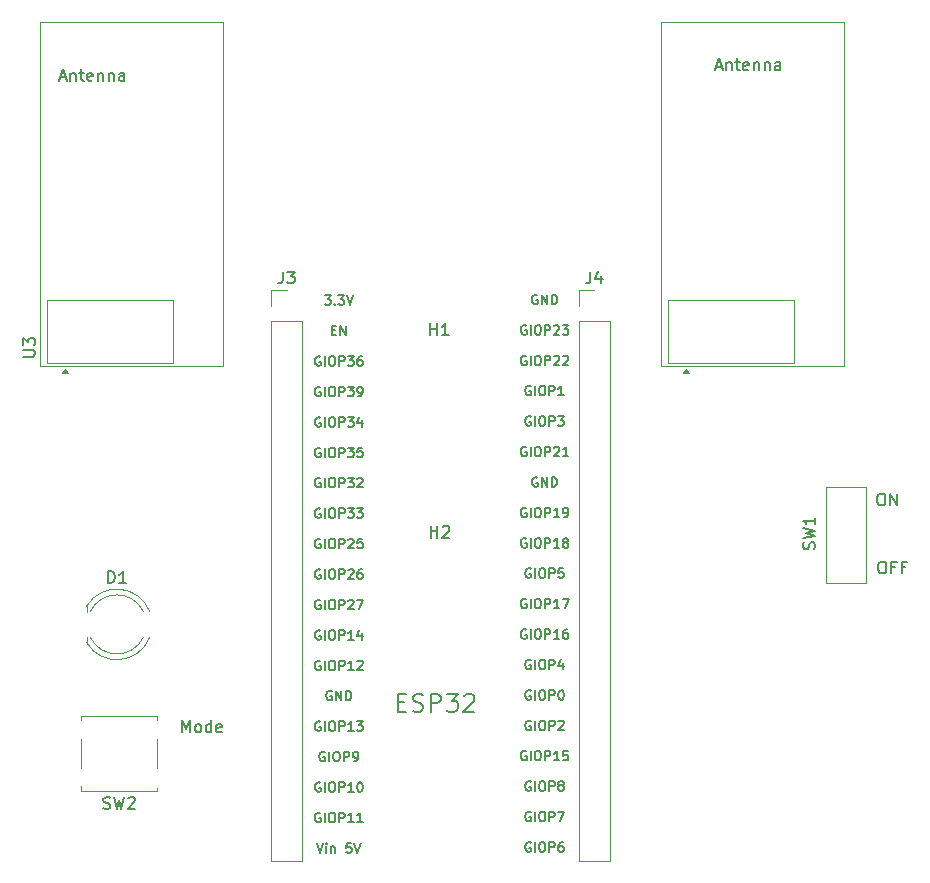
<source format=gbr>
%TF.GenerationSoftware,KiCad,Pcbnew,9.0.0*%
%TF.CreationDate,2025-07-11T11:02:08-04:00*%
%TF.ProjectId,jammerBT_v3,6a616d6d-6572-4425-945f-76332e6b6963,rev?*%
%TF.SameCoordinates,Original*%
%TF.FileFunction,Legend,Top*%
%TF.FilePolarity,Positive*%
%FSLAX46Y46*%
G04 Gerber Fmt 4.6, Leading zero omitted, Abs format (unit mm)*
G04 Created by KiCad (PCBNEW 9.0.0) date 2025-07-11 11:02:08*
%MOMM*%
%LPD*%
G01*
G04 APERTURE LIST*
%ADD10C,0.200000*%
%ADD11C,0.150000*%
%ADD12C,0.170000*%
%ADD13C,0.120000*%
G04 APERTURE END LIST*
D10*
X184275714Y-109767814D02*
X184775714Y-109767814D01*
X184990000Y-110553528D02*
X184275714Y-110553528D01*
X184275714Y-110553528D02*
X184275714Y-109053528D01*
X184275714Y-109053528D02*
X184990000Y-109053528D01*
X185561429Y-110482100D02*
X185775715Y-110553528D01*
X185775715Y-110553528D02*
X186132857Y-110553528D01*
X186132857Y-110553528D02*
X186275715Y-110482100D01*
X186275715Y-110482100D02*
X186347143Y-110410671D01*
X186347143Y-110410671D02*
X186418572Y-110267814D01*
X186418572Y-110267814D02*
X186418572Y-110124957D01*
X186418572Y-110124957D02*
X186347143Y-109982100D01*
X186347143Y-109982100D02*
X186275715Y-109910671D01*
X186275715Y-109910671D02*
X186132857Y-109839242D01*
X186132857Y-109839242D02*
X185847143Y-109767814D01*
X185847143Y-109767814D02*
X185704286Y-109696385D01*
X185704286Y-109696385D02*
X185632857Y-109624957D01*
X185632857Y-109624957D02*
X185561429Y-109482100D01*
X185561429Y-109482100D02*
X185561429Y-109339242D01*
X185561429Y-109339242D02*
X185632857Y-109196385D01*
X185632857Y-109196385D02*
X185704286Y-109124957D01*
X185704286Y-109124957D02*
X185847143Y-109053528D01*
X185847143Y-109053528D02*
X186204286Y-109053528D01*
X186204286Y-109053528D02*
X186418572Y-109124957D01*
X187061428Y-110553528D02*
X187061428Y-109053528D01*
X187061428Y-109053528D02*
X187632857Y-109053528D01*
X187632857Y-109053528D02*
X187775714Y-109124957D01*
X187775714Y-109124957D02*
X187847143Y-109196385D01*
X187847143Y-109196385D02*
X187918571Y-109339242D01*
X187918571Y-109339242D02*
X187918571Y-109553528D01*
X187918571Y-109553528D02*
X187847143Y-109696385D01*
X187847143Y-109696385D02*
X187775714Y-109767814D01*
X187775714Y-109767814D02*
X187632857Y-109839242D01*
X187632857Y-109839242D02*
X187061428Y-109839242D01*
X188418571Y-109053528D02*
X189347143Y-109053528D01*
X189347143Y-109053528D02*
X188847143Y-109624957D01*
X188847143Y-109624957D02*
X189061428Y-109624957D01*
X189061428Y-109624957D02*
X189204286Y-109696385D01*
X189204286Y-109696385D02*
X189275714Y-109767814D01*
X189275714Y-109767814D02*
X189347143Y-109910671D01*
X189347143Y-109910671D02*
X189347143Y-110267814D01*
X189347143Y-110267814D02*
X189275714Y-110410671D01*
X189275714Y-110410671D02*
X189204286Y-110482100D01*
X189204286Y-110482100D02*
X189061428Y-110553528D01*
X189061428Y-110553528D02*
X188632857Y-110553528D01*
X188632857Y-110553528D02*
X188490000Y-110482100D01*
X188490000Y-110482100D02*
X188418571Y-110410671D01*
X189918571Y-109196385D02*
X189989999Y-109124957D01*
X189989999Y-109124957D02*
X190132857Y-109053528D01*
X190132857Y-109053528D02*
X190489999Y-109053528D01*
X190489999Y-109053528D02*
X190632857Y-109124957D01*
X190632857Y-109124957D02*
X190704285Y-109196385D01*
X190704285Y-109196385D02*
X190775714Y-109339242D01*
X190775714Y-109339242D02*
X190775714Y-109482100D01*
X190775714Y-109482100D02*
X190704285Y-109696385D01*
X190704285Y-109696385D02*
X189847142Y-110553528D01*
X189847142Y-110553528D02*
X190775714Y-110553528D01*
D11*
X155668095Y-56869104D02*
X156144285Y-56869104D01*
X155572857Y-57154819D02*
X155906190Y-56154819D01*
X155906190Y-56154819D02*
X156239523Y-57154819D01*
X156572857Y-56488152D02*
X156572857Y-57154819D01*
X156572857Y-56583390D02*
X156620476Y-56535771D01*
X156620476Y-56535771D02*
X156715714Y-56488152D01*
X156715714Y-56488152D02*
X156858571Y-56488152D01*
X156858571Y-56488152D02*
X156953809Y-56535771D01*
X156953809Y-56535771D02*
X157001428Y-56631009D01*
X157001428Y-56631009D02*
X157001428Y-57154819D01*
X157334762Y-56488152D02*
X157715714Y-56488152D01*
X157477619Y-56154819D02*
X157477619Y-57011961D01*
X157477619Y-57011961D02*
X157525238Y-57107200D01*
X157525238Y-57107200D02*
X157620476Y-57154819D01*
X157620476Y-57154819D02*
X157715714Y-57154819D01*
X158430000Y-57107200D02*
X158334762Y-57154819D01*
X158334762Y-57154819D02*
X158144286Y-57154819D01*
X158144286Y-57154819D02*
X158049048Y-57107200D01*
X158049048Y-57107200D02*
X158001429Y-57011961D01*
X158001429Y-57011961D02*
X158001429Y-56631009D01*
X158001429Y-56631009D02*
X158049048Y-56535771D01*
X158049048Y-56535771D02*
X158144286Y-56488152D01*
X158144286Y-56488152D02*
X158334762Y-56488152D01*
X158334762Y-56488152D02*
X158430000Y-56535771D01*
X158430000Y-56535771D02*
X158477619Y-56631009D01*
X158477619Y-56631009D02*
X158477619Y-56726247D01*
X158477619Y-56726247D02*
X158001429Y-56821485D01*
X158906191Y-56488152D02*
X158906191Y-57154819D01*
X158906191Y-56583390D02*
X158953810Y-56535771D01*
X158953810Y-56535771D02*
X159049048Y-56488152D01*
X159049048Y-56488152D02*
X159191905Y-56488152D01*
X159191905Y-56488152D02*
X159287143Y-56535771D01*
X159287143Y-56535771D02*
X159334762Y-56631009D01*
X159334762Y-56631009D02*
X159334762Y-57154819D01*
X159810953Y-56488152D02*
X159810953Y-57154819D01*
X159810953Y-56583390D02*
X159858572Y-56535771D01*
X159858572Y-56535771D02*
X159953810Y-56488152D01*
X159953810Y-56488152D02*
X160096667Y-56488152D01*
X160096667Y-56488152D02*
X160191905Y-56535771D01*
X160191905Y-56535771D02*
X160239524Y-56631009D01*
X160239524Y-56631009D02*
X160239524Y-57154819D01*
X161144286Y-57154819D02*
X161144286Y-56631009D01*
X161144286Y-56631009D02*
X161096667Y-56535771D01*
X161096667Y-56535771D02*
X161001429Y-56488152D01*
X161001429Y-56488152D02*
X160810953Y-56488152D01*
X160810953Y-56488152D02*
X160715715Y-56535771D01*
X161144286Y-57107200D02*
X161049048Y-57154819D01*
X161049048Y-57154819D02*
X160810953Y-57154819D01*
X160810953Y-57154819D02*
X160715715Y-57107200D01*
X160715715Y-57107200D02*
X160668096Y-57011961D01*
X160668096Y-57011961D02*
X160668096Y-56916723D01*
X160668096Y-56916723D02*
X160715715Y-56821485D01*
X160715715Y-56821485D02*
X160810953Y-56773866D01*
X160810953Y-56773866D02*
X161049048Y-56773866D01*
X161049048Y-56773866D02*
X161144286Y-56726247D01*
D10*
X225130952Y-92102219D02*
X225321428Y-92102219D01*
X225321428Y-92102219D02*
X225416666Y-92149838D01*
X225416666Y-92149838D02*
X225511904Y-92245076D01*
X225511904Y-92245076D02*
X225559523Y-92435552D01*
X225559523Y-92435552D02*
X225559523Y-92768885D01*
X225559523Y-92768885D02*
X225511904Y-92959361D01*
X225511904Y-92959361D02*
X225416666Y-93054600D01*
X225416666Y-93054600D02*
X225321428Y-93102219D01*
X225321428Y-93102219D02*
X225130952Y-93102219D01*
X225130952Y-93102219D02*
X225035714Y-93054600D01*
X225035714Y-93054600D02*
X224940476Y-92959361D01*
X224940476Y-92959361D02*
X224892857Y-92768885D01*
X224892857Y-92768885D02*
X224892857Y-92435552D01*
X224892857Y-92435552D02*
X224940476Y-92245076D01*
X224940476Y-92245076D02*
X225035714Y-92149838D01*
X225035714Y-92149838D02*
X225130952Y-92102219D01*
X225988095Y-93102219D02*
X225988095Y-92102219D01*
X225988095Y-92102219D02*
X226559523Y-93102219D01*
X226559523Y-93102219D02*
X226559523Y-92102219D01*
D12*
X196100476Y-75296160D02*
X196024286Y-75258065D01*
X196024286Y-75258065D02*
X195910000Y-75258065D01*
X195910000Y-75258065D02*
X195795714Y-75296160D01*
X195795714Y-75296160D02*
X195719524Y-75372350D01*
X195719524Y-75372350D02*
X195681429Y-75448541D01*
X195681429Y-75448541D02*
X195643333Y-75600922D01*
X195643333Y-75600922D02*
X195643333Y-75715208D01*
X195643333Y-75715208D02*
X195681429Y-75867589D01*
X195681429Y-75867589D02*
X195719524Y-75943779D01*
X195719524Y-75943779D02*
X195795714Y-76019970D01*
X195795714Y-76019970D02*
X195910000Y-76058065D01*
X195910000Y-76058065D02*
X195986191Y-76058065D01*
X195986191Y-76058065D02*
X196100476Y-76019970D01*
X196100476Y-76019970D02*
X196138572Y-75981874D01*
X196138572Y-75981874D02*
X196138572Y-75715208D01*
X196138572Y-75715208D02*
X195986191Y-75715208D01*
X196481429Y-76058065D02*
X196481429Y-75258065D01*
X196481429Y-75258065D02*
X196938572Y-76058065D01*
X196938572Y-76058065D02*
X196938572Y-75258065D01*
X197319524Y-76058065D02*
X197319524Y-75258065D01*
X197319524Y-75258065D02*
X197510000Y-75258065D01*
X197510000Y-75258065D02*
X197624286Y-75296160D01*
X197624286Y-75296160D02*
X197700476Y-75372350D01*
X197700476Y-75372350D02*
X197738571Y-75448541D01*
X197738571Y-75448541D02*
X197776667Y-75600922D01*
X197776667Y-75600922D02*
X197776667Y-75715208D01*
X197776667Y-75715208D02*
X197738571Y-75867589D01*
X197738571Y-75867589D02*
X197700476Y-75943779D01*
X197700476Y-75943779D02*
X197624286Y-76019970D01*
X197624286Y-76019970D02*
X197510000Y-76058065D01*
X197510000Y-76058065D02*
X197319524Y-76058065D01*
X195148095Y-77872070D02*
X195071905Y-77833975D01*
X195071905Y-77833975D02*
X194957619Y-77833975D01*
X194957619Y-77833975D02*
X194843333Y-77872070D01*
X194843333Y-77872070D02*
X194767143Y-77948260D01*
X194767143Y-77948260D02*
X194729048Y-78024451D01*
X194729048Y-78024451D02*
X194690952Y-78176832D01*
X194690952Y-78176832D02*
X194690952Y-78291118D01*
X194690952Y-78291118D02*
X194729048Y-78443499D01*
X194729048Y-78443499D02*
X194767143Y-78519689D01*
X194767143Y-78519689D02*
X194843333Y-78595880D01*
X194843333Y-78595880D02*
X194957619Y-78633975D01*
X194957619Y-78633975D02*
X195033810Y-78633975D01*
X195033810Y-78633975D02*
X195148095Y-78595880D01*
X195148095Y-78595880D02*
X195186191Y-78557784D01*
X195186191Y-78557784D02*
X195186191Y-78291118D01*
X195186191Y-78291118D02*
X195033810Y-78291118D01*
X195529048Y-78633975D02*
X195529048Y-77833975D01*
X196062381Y-77833975D02*
X196214762Y-77833975D01*
X196214762Y-77833975D02*
X196290952Y-77872070D01*
X196290952Y-77872070D02*
X196367143Y-77948260D01*
X196367143Y-77948260D02*
X196405238Y-78100641D01*
X196405238Y-78100641D02*
X196405238Y-78367308D01*
X196405238Y-78367308D02*
X196367143Y-78519689D01*
X196367143Y-78519689D02*
X196290952Y-78595880D01*
X196290952Y-78595880D02*
X196214762Y-78633975D01*
X196214762Y-78633975D02*
X196062381Y-78633975D01*
X196062381Y-78633975D02*
X195986190Y-78595880D01*
X195986190Y-78595880D02*
X195910000Y-78519689D01*
X195910000Y-78519689D02*
X195871904Y-78367308D01*
X195871904Y-78367308D02*
X195871904Y-78100641D01*
X195871904Y-78100641D02*
X195910000Y-77948260D01*
X195910000Y-77948260D02*
X195986190Y-77872070D01*
X195986190Y-77872070D02*
X196062381Y-77833975D01*
X196748095Y-78633975D02*
X196748095Y-77833975D01*
X196748095Y-77833975D02*
X197052857Y-77833975D01*
X197052857Y-77833975D02*
X197129047Y-77872070D01*
X197129047Y-77872070D02*
X197167142Y-77910165D01*
X197167142Y-77910165D02*
X197205238Y-77986356D01*
X197205238Y-77986356D02*
X197205238Y-78100641D01*
X197205238Y-78100641D02*
X197167142Y-78176832D01*
X197167142Y-78176832D02*
X197129047Y-78214927D01*
X197129047Y-78214927D02*
X197052857Y-78253022D01*
X197052857Y-78253022D02*
X196748095Y-78253022D01*
X197509999Y-77910165D02*
X197548095Y-77872070D01*
X197548095Y-77872070D02*
X197624285Y-77833975D01*
X197624285Y-77833975D02*
X197814761Y-77833975D01*
X197814761Y-77833975D02*
X197890952Y-77872070D01*
X197890952Y-77872070D02*
X197929047Y-77910165D01*
X197929047Y-77910165D02*
X197967142Y-77986356D01*
X197967142Y-77986356D02*
X197967142Y-78062546D01*
X197967142Y-78062546D02*
X197929047Y-78176832D01*
X197929047Y-78176832D02*
X197471904Y-78633975D01*
X197471904Y-78633975D02*
X197967142Y-78633975D01*
X198233809Y-77833975D02*
X198729047Y-77833975D01*
X198729047Y-77833975D02*
X198462381Y-78138737D01*
X198462381Y-78138737D02*
X198576666Y-78138737D01*
X198576666Y-78138737D02*
X198652857Y-78176832D01*
X198652857Y-78176832D02*
X198690952Y-78214927D01*
X198690952Y-78214927D02*
X198729047Y-78291118D01*
X198729047Y-78291118D02*
X198729047Y-78481594D01*
X198729047Y-78481594D02*
X198690952Y-78557784D01*
X198690952Y-78557784D02*
X198652857Y-78595880D01*
X198652857Y-78595880D02*
X198576666Y-78633975D01*
X198576666Y-78633975D02*
X198348095Y-78633975D01*
X198348095Y-78633975D02*
X198271904Y-78595880D01*
X198271904Y-78595880D02*
X198233809Y-78557784D01*
X195148095Y-80447980D02*
X195071905Y-80409885D01*
X195071905Y-80409885D02*
X194957619Y-80409885D01*
X194957619Y-80409885D02*
X194843333Y-80447980D01*
X194843333Y-80447980D02*
X194767143Y-80524170D01*
X194767143Y-80524170D02*
X194729048Y-80600361D01*
X194729048Y-80600361D02*
X194690952Y-80752742D01*
X194690952Y-80752742D02*
X194690952Y-80867028D01*
X194690952Y-80867028D02*
X194729048Y-81019409D01*
X194729048Y-81019409D02*
X194767143Y-81095599D01*
X194767143Y-81095599D02*
X194843333Y-81171790D01*
X194843333Y-81171790D02*
X194957619Y-81209885D01*
X194957619Y-81209885D02*
X195033810Y-81209885D01*
X195033810Y-81209885D02*
X195148095Y-81171790D01*
X195148095Y-81171790D02*
X195186191Y-81133694D01*
X195186191Y-81133694D02*
X195186191Y-80867028D01*
X195186191Y-80867028D02*
X195033810Y-80867028D01*
X195529048Y-81209885D02*
X195529048Y-80409885D01*
X196062381Y-80409885D02*
X196214762Y-80409885D01*
X196214762Y-80409885D02*
X196290952Y-80447980D01*
X196290952Y-80447980D02*
X196367143Y-80524170D01*
X196367143Y-80524170D02*
X196405238Y-80676551D01*
X196405238Y-80676551D02*
X196405238Y-80943218D01*
X196405238Y-80943218D02*
X196367143Y-81095599D01*
X196367143Y-81095599D02*
X196290952Y-81171790D01*
X196290952Y-81171790D02*
X196214762Y-81209885D01*
X196214762Y-81209885D02*
X196062381Y-81209885D01*
X196062381Y-81209885D02*
X195986190Y-81171790D01*
X195986190Y-81171790D02*
X195910000Y-81095599D01*
X195910000Y-81095599D02*
X195871904Y-80943218D01*
X195871904Y-80943218D02*
X195871904Y-80676551D01*
X195871904Y-80676551D02*
X195910000Y-80524170D01*
X195910000Y-80524170D02*
X195986190Y-80447980D01*
X195986190Y-80447980D02*
X196062381Y-80409885D01*
X196748095Y-81209885D02*
X196748095Y-80409885D01*
X196748095Y-80409885D02*
X197052857Y-80409885D01*
X197052857Y-80409885D02*
X197129047Y-80447980D01*
X197129047Y-80447980D02*
X197167142Y-80486075D01*
X197167142Y-80486075D02*
X197205238Y-80562266D01*
X197205238Y-80562266D02*
X197205238Y-80676551D01*
X197205238Y-80676551D02*
X197167142Y-80752742D01*
X197167142Y-80752742D02*
X197129047Y-80790837D01*
X197129047Y-80790837D02*
X197052857Y-80828932D01*
X197052857Y-80828932D02*
X196748095Y-80828932D01*
X197509999Y-80486075D02*
X197548095Y-80447980D01*
X197548095Y-80447980D02*
X197624285Y-80409885D01*
X197624285Y-80409885D02*
X197814761Y-80409885D01*
X197814761Y-80409885D02*
X197890952Y-80447980D01*
X197890952Y-80447980D02*
X197929047Y-80486075D01*
X197929047Y-80486075D02*
X197967142Y-80562266D01*
X197967142Y-80562266D02*
X197967142Y-80638456D01*
X197967142Y-80638456D02*
X197929047Y-80752742D01*
X197929047Y-80752742D02*
X197471904Y-81209885D01*
X197471904Y-81209885D02*
X197967142Y-81209885D01*
X198271904Y-80486075D02*
X198310000Y-80447980D01*
X198310000Y-80447980D02*
X198386190Y-80409885D01*
X198386190Y-80409885D02*
X198576666Y-80409885D01*
X198576666Y-80409885D02*
X198652857Y-80447980D01*
X198652857Y-80447980D02*
X198690952Y-80486075D01*
X198690952Y-80486075D02*
X198729047Y-80562266D01*
X198729047Y-80562266D02*
X198729047Y-80638456D01*
X198729047Y-80638456D02*
X198690952Y-80752742D01*
X198690952Y-80752742D02*
X198233809Y-81209885D01*
X198233809Y-81209885D02*
X198729047Y-81209885D01*
X195529047Y-83023890D02*
X195452857Y-82985795D01*
X195452857Y-82985795D02*
X195338571Y-82985795D01*
X195338571Y-82985795D02*
X195224285Y-83023890D01*
X195224285Y-83023890D02*
X195148095Y-83100080D01*
X195148095Y-83100080D02*
X195110000Y-83176271D01*
X195110000Y-83176271D02*
X195071904Y-83328652D01*
X195071904Y-83328652D02*
X195071904Y-83442938D01*
X195071904Y-83442938D02*
X195110000Y-83595319D01*
X195110000Y-83595319D02*
X195148095Y-83671509D01*
X195148095Y-83671509D02*
X195224285Y-83747700D01*
X195224285Y-83747700D02*
X195338571Y-83785795D01*
X195338571Y-83785795D02*
X195414762Y-83785795D01*
X195414762Y-83785795D02*
X195529047Y-83747700D01*
X195529047Y-83747700D02*
X195567143Y-83709604D01*
X195567143Y-83709604D02*
X195567143Y-83442938D01*
X195567143Y-83442938D02*
X195414762Y-83442938D01*
X195910000Y-83785795D02*
X195910000Y-82985795D01*
X196443333Y-82985795D02*
X196595714Y-82985795D01*
X196595714Y-82985795D02*
X196671904Y-83023890D01*
X196671904Y-83023890D02*
X196748095Y-83100080D01*
X196748095Y-83100080D02*
X196786190Y-83252461D01*
X196786190Y-83252461D02*
X196786190Y-83519128D01*
X196786190Y-83519128D02*
X196748095Y-83671509D01*
X196748095Y-83671509D02*
X196671904Y-83747700D01*
X196671904Y-83747700D02*
X196595714Y-83785795D01*
X196595714Y-83785795D02*
X196443333Y-83785795D01*
X196443333Y-83785795D02*
X196367142Y-83747700D01*
X196367142Y-83747700D02*
X196290952Y-83671509D01*
X196290952Y-83671509D02*
X196252856Y-83519128D01*
X196252856Y-83519128D02*
X196252856Y-83252461D01*
X196252856Y-83252461D02*
X196290952Y-83100080D01*
X196290952Y-83100080D02*
X196367142Y-83023890D01*
X196367142Y-83023890D02*
X196443333Y-82985795D01*
X197129047Y-83785795D02*
X197129047Y-82985795D01*
X197129047Y-82985795D02*
X197433809Y-82985795D01*
X197433809Y-82985795D02*
X197509999Y-83023890D01*
X197509999Y-83023890D02*
X197548094Y-83061985D01*
X197548094Y-83061985D02*
X197586190Y-83138176D01*
X197586190Y-83138176D02*
X197586190Y-83252461D01*
X197586190Y-83252461D02*
X197548094Y-83328652D01*
X197548094Y-83328652D02*
X197509999Y-83366747D01*
X197509999Y-83366747D02*
X197433809Y-83404842D01*
X197433809Y-83404842D02*
X197129047Y-83404842D01*
X198348094Y-83785795D02*
X197890951Y-83785795D01*
X198119523Y-83785795D02*
X198119523Y-82985795D01*
X198119523Y-82985795D02*
X198043332Y-83100080D01*
X198043332Y-83100080D02*
X197967142Y-83176271D01*
X197967142Y-83176271D02*
X197890951Y-83214366D01*
X195529047Y-85599800D02*
X195452857Y-85561705D01*
X195452857Y-85561705D02*
X195338571Y-85561705D01*
X195338571Y-85561705D02*
X195224285Y-85599800D01*
X195224285Y-85599800D02*
X195148095Y-85675990D01*
X195148095Y-85675990D02*
X195110000Y-85752181D01*
X195110000Y-85752181D02*
X195071904Y-85904562D01*
X195071904Y-85904562D02*
X195071904Y-86018848D01*
X195071904Y-86018848D02*
X195110000Y-86171229D01*
X195110000Y-86171229D02*
X195148095Y-86247419D01*
X195148095Y-86247419D02*
X195224285Y-86323610D01*
X195224285Y-86323610D02*
X195338571Y-86361705D01*
X195338571Y-86361705D02*
X195414762Y-86361705D01*
X195414762Y-86361705D02*
X195529047Y-86323610D01*
X195529047Y-86323610D02*
X195567143Y-86285514D01*
X195567143Y-86285514D02*
X195567143Y-86018848D01*
X195567143Y-86018848D02*
X195414762Y-86018848D01*
X195910000Y-86361705D02*
X195910000Y-85561705D01*
X196443333Y-85561705D02*
X196595714Y-85561705D01*
X196595714Y-85561705D02*
X196671904Y-85599800D01*
X196671904Y-85599800D02*
X196748095Y-85675990D01*
X196748095Y-85675990D02*
X196786190Y-85828371D01*
X196786190Y-85828371D02*
X196786190Y-86095038D01*
X196786190Y-86095038D02*
X196748095Y-86247419D01*
X196748095Y-86247419D02*
X196671904Y-86323610D01*
X196671904Y-86323610D02*
X196595714Y-86361705D01*
X196595714Y-86361705D02*
X196443333Y-86361705D01*
X196443333Y-86361705D02*
X196367142Y-86323610D01*
X196367142Y-86323610D02*
X196290952Y-86247419D01*
X196290952Y-86247419D02*
X196252856Y-86095038D01*
X196252856Y-86095038D02*
X196252856Y-85828371D01*
X196252856Y-85828371D02*
X196290952Y-85675990D01*
X196290952Y-85675990D02*
X196367142Y-85599800D01*
X196367142Y-85599800D02*
X196443333Y-85561705D01*
X197129047Y-86361705D02*
X197129047Y-85561705D01*
X197129047Y-85561705D02*
X197433809Y-85561705D01*
X197433809Y-85561705D02*
X197509999Y-85599800D01*
X197509999Y-85599800D02*
X197548094Y-85637895D01*
X197548094Y-85637895D02*
X197586190Y-85714086D01*
X197586190Y-85714086D02*
X197586190Y-85828371D01*
X197586190Y-85828371D02*
X197548094Y-85904562D01*
X197548094Y-85904562D02*
X197509999Y-85942657D01*
X197509999Y-85942657D02*
X197433809Y-85980752D01*
X197433809Y-85980752D02*
X197129047Y-85980752D01*
X197852856Y-85561705D02*
X198348094Y-85561705D01*
X198348094Y-85561705D02*
X198081428Y-85866467D01*
X198081428Y-85866467D02*
X198195713Y-85866467D01*
X198195713Y-85866467D02*
X198271904Y-85904562D01*
X198271904Y-85904562D02*
X198309999Y-85942657D01*
X198309999Y-85942657D02*
X198348094Y-86018848D01*
X198348094Y-86018848D02*
X198348094Y-86209324D01*
X198348094Y-86209324D02*
X198309999Y-86285514D01*
X198309999Y-86285514D02*
X198271904Y-86323610D01*
X198271904Y-86323610D02*
X198195713Y-86361705D01*
X198195713Y-86361705D02*
X197967142Y-86361705D01*
X197967142Y-86361705D02*
X197890951Y-86323610D01*
X197890951Y-86323610D02*
X197852856Y-86285514D01*
X195148095Y-88175710D02*
X195071905Y-88137615D01*
X195071905Y-88137615D02*
X194957619Y-88137615D01*
X194957619Y-88137615D02*
X194843333Y-88175710D01*
X194843333Y-88175710D02*
X194767143Y-88251900D01*
X194767143Y-88251900D02*
X194729048Y-88328091D01*
X194729048Y-88328091D02*
X194690952Y-88480472D01*
X194690952Y-88480472D02*
X194690952Y-88594758D01*
X194690952Y-88594758D02*
X194729048Y-88747139D01*
X194729048Y-88747139D02*
X194767143Y-88823329D01*
X194767143Y-88823329D02*
X194843333Y-88899520D01*
X194843333Y-88899520D02*
X194957619Y-88937615D01*
X194957619Y-88937615D02*
X195033810Y-88937615D01*
X195033810Y-88937615D02*
X195148095Y-88899520D01*
X195148095Y-88899520D02*
X195186191Y-88861424D01*
X195186191Y-88861424D02*
X195186191Y-88594758D01*
X195186191Y-88594758D02*
X195033810Y-88594758D01*
X195529048Y-88937615D02*
X195529048Y-88137615D01*
X196062381Y-88137615D02*
X196214762Y-88137615D01*
X196214762Y-88137615D02*
X196290952Y-88175710D01*
X196290952Y-88175710D02*
X196367143Y-88251900D01*
X196367143Y-88251900D02*
X196405238Y-88404281D01*
X196405238Y-88404281D02*
X196405238Y-88670948D01*
X196405238Y-88670948D02*
X196367143Y-88823329D01*
X196367143Y-88823329D02*
X196290952Y-88899520D01*
X196290952Y-88899520D02*
X196214762Y-88937615D01*
X196214762Y-88937615D02*
X196062381Y-88937615D01*
X196062381Y-88937615D02*
X195986190Y-88899520D01*
X195986190Y-88899520D02*
X195910000Y-88823329D01*
X195910000Y-88823329D02*
X195871904Y-88670948D01*
X195871904Y-88670948D02*
X195871904Y-88404281D01*
X195871904Y-88404281D02*
X195910000Y-88251900D01*
X195910000Y-88251900D02*
X195986190Y-88175710D01*
X195986190Y-88175710D02*
X196062381Y-88137615D01*
X196748095Y-88937615D02*
X196748095Y-88137615D01*
X196748095Y-88137615D02*
X197052857Y-88137615D01*
X197052857Y-88137615D02*
X197129047Y-88175710D01*
X197129047Y-88175710D02*
X197167142Y-88213805D01*
X197167142Y-88213805D02*
X197205238Y-88289996D01*
X197205238Y-88289996D02*
X197205238Y-88404281D01*
X197205238Y-88404281D02*
X197167142Y-88480472D01*
X197167142Y-88480472D02*
X197129047Y-88518567D01*
X197129047Y-88518567D02*
X197052857Y-88556662D01*
X197052857Y-88556662D02*
X196748095Y-88556662D01*
X197509999Y-88213805D02*
X197548095Y-88175710D01*
X197548095Y-88175710D02*
X197624285Y-88137615D01*
X197624285Y-88137615D02*
X197814761Y-88137615D01*
X197814761Y-88137615D02*
X197890952Y-88175710D01*
X197890952Y-88175710D02*
X197929047Y-88213805D01*
X197929047Y-88213805D02*
X197967142Y-88289996D01*
X197967142Y-88289996D02*
X197967142Y-88366186D01*
X197967142Y-88366186D02*
X197929047Y-88480472D01*
X197929047Y-88480472D02*
X197471904Y-88937615D01*
X197471904Y-88937615D02*
X197967142Y-88937615D01*
X198729047Y-88937615D02*
X198271904Y-88937615D01*
X198500476Y-88937615D02*
X198500476Y-88137615D01*
X198500476Y-88137615D02*
X198424285Y-88251900D01*
X198424285Y-88251900D02*
X198348095Y-88328091D01*
X198348095Y-88328091D02*
X198271904Y-88366186D01*
X196100476Y-90751620D02*
X196024286Y-90713525D01*
X196024286Y-90713525D02*
X195910000Y-90713525D01*
X195910000Y-90713525D02*
X195795714Y-90751620D01*
X195795714Y-90751620D02*
X195719524Y-90827810D01*
X195719524Y-90827810D02*
X195681429Y-90904001D01*
X195681429Y-90904001D02*
X195643333Y-91056382D01*
X195643333Y-91056382D02*
X195643333Y-91170668D01*
X195643333Y-91170668D02*
X195681429Y-91323049D01*
X195681429Y-91323049D02*
X195719524Y-91399239D01*
X195719524Y-91399239D02*
X195795714Y-91475430D01*
X195795714Y-91475430D02*
X195910000Y-91513525D01*
X195910000Y-91513525D02*
X195986191Y-91513525D01*
X195986191Y-91513525D02*
X196100476Y-91475430D01*
X196100476Y-91475430D02*
X196138572Y-91437334D01*
X196138572Y-91437334D02*
X196138572Y-91170668D01*
X196138572Y-91170668D02*
X195986191Y-91170668D01*
X196481429Y-91513525D02*
X196481429Y-90713525D01*
X196481429Y-90713525D02*
X196938572Y-91513525D01*
X196938572Y-91513525D02*
X196938572Y-90713525D01*
X197319524Y-91513525D02*
X197319524Y-90713525D01*
X197319524Y-90713525D02*
X197510000Y-90713525D01*
X197510000Y-90713525D02*
X197624286Y-90751620D01*
X197624286Y-90751620D02*
X197700476Y-90827810D01*
X197700476Y-90827810D02*
X197738571Y-90904001D01*
X197738571Y-90904001D02*
X197776667Y-91056382D01*
X197776667Y-91056382D02*
X197776667Y-91170668D01*
X197776667Y-91170668D02*
X197738571Y-91323049D01*
X197738571Y-91323049D02*
X197700476Y-91399239D01*
X197700476Y-91399239D02*
X197624286Y-91475430D01*
X197624286Y-91475430D02*
X197510000Y-91513525D01*
X197510000Y-91513525D02*
X197319524Y-91513525D01*
X195148095Y-93327530D02*
X195071905Y-93289435D01*
X195071905Y-93289435D02*
X194957619Y-93289435D01*
X194957619Y-93289435D02*
X194843333Y-93327530D01*
X194843333Y-93327530D02*
X194767143Y-93403720D01*
X194767143Y-93403720D02*
X194729048Y-93479911D01*
X194729048Y-93479911D02*
X194690952Y-93632292D01*
X194690952Y-93632292D02*
X194690952Y-93746578D01*
X194690952Y-93746578D02*
X194729048Y-93898959D01*
X194729048Y-93898959D02*
X194767143Y-93975149D01*
X194767143Y-93975149D02*
X194843333Y-94051340D01*
X194843333Y-94051340D02*
X194957619Y-94089435D01*
X194957619Y-94089435D02*
X195033810Y-94089435D01*
X195033810Y-94089435D02*
X195148095Y-94051340D01*
X195148095Y-94051340D02*
X195186191Y-94013244D01*
X195186191Y-94013244D02*
X195186191Y-93746578D01*
X195186191Y-93746578D02*
X195033810Y-93746578D01*
X195529048Y-94089435D02*
X195529048Y-93289435D01*
X196062381Y-93289435D02*
X196214762Y-93289435D01*
X196214762Y-93289435D02*
X196290952Y-93327530D01*
X196290952Y-93327530D02*
X196367143Y-93403720D01*
X196367143Y-93403720D02*
X196405238Y-93556101D01*
X196405238Y-93556101D02*
X196405238Y-93822768D01*
X196405238Y-93822768D02*
X196367143Y-93975149D01*
X196367143Y-93975149D02*
X196290952Y-94051340D01*
X196290952Y-94051340D02*
X196214762Y-94089435D01*
X196214762Y-94089435D02*
X196062381Y-94089435D01*
X196062381Y-94089435D02*
X195986190Y-94051340D01*
X195986190Y-94051340D02*
X195910000Y-93975149D01*
X195910000Y-93975149D02*
X195871904Y-93822768D01*
X195871904Y-93822768D02*
X195871904Y-93556101D01*
X195871904Y-93556101D02*
X195910000Y-93403720D01*
X195910000Y-93403720D02*
X195986190Y-93327530D01*
X195986190Y-93327530D02*
X196062381Y-93289435D01*
X196748095Y-94089435D02*
X196748095Y-93289435D01*
X196748095Y-93289435D02*
X197052857Y-93289435D01*
X197052857Y-93289435D02*
X197129047Y-93327530D01*
X197129047Y-93327530D02*
X197167142Y-93365625D01*
X197167142Y-93365625D02*
X197205238Y-93441816D01*
X197205238Y-93441816D02*
X197205238Y-93556101D01*
X197205238Y-93556101D02*
X197167142Y-93632292D01*
X197167142Y-93632292D02*
X197129047Y-93670387D01*
X197129047Y-93670387D02*
X197052857Y-93708482D01*
X197052857Y-93708482D02*
X196748095Y-93708482D01*
X197967142Y-94089435D02*
X197509999Y-94089435D01*
X197738571Y-94089435D02*
X197738571Y-93289435D01*
X197738571Y-93289435D02*
X197662380Y-93403720D01*
X197662380Y-93403720D02*
X197586190Y-93479911D01*
X197586190Y-93479911D02*
X197509999Y-93518006D01*
X198348095Y-94089435D02*
X198500476Y-94089435D01*
X198500476Y-94089435D02*
X198576666Y-94051340D01*
X198576666Y-94051340D02*
X198614762Y-94013244D01*
X198614762Y-94013244D02*
X198690952Y-93898959D01*
X198690952Y-93898959D02*
X198729047Y-93746578D01*
X198729047Y-93746578D02*
X198729047Y-93441816D01*
X198729047Y-93441816D02*
X198690952Y-93365625D01*
X198690952Y-93365625D02*
X198652857Y-93327530D01*
X198652857Y-93327530D02*
X198576666Y-93289435D01*
X198576666Y-93289435D02*
X198424285Y-93289435D01*
X198424285Y-93289435D02*
X198348095Y-93327530D01*
X198348095Y-93327530D02*
X198310000Y-93365625D01*
X198310000Y-93365625D02*
X198271904Y-93441816D01*
X198271904Y-93441816D02*
X198271904Y-93632292D01*
X198271904Y-93632292D02*
X198310000Y-93708482D01*
X198310000Y-93708482D02*
X198348095Y-93746578D01*
X198348095Y-93746578D02*
X198424285Y-93784673D01*
X198424285Y-93784673D02*
X198576666Y-93784673D01*
X198576666Y-93784673D02*
X198652857Y-93746578D01*
X198652857Y-93746578D02*
X198690952Y-93708482D01*
X198690952Y-93708482D02*
X198729047Y-93632292D01*
X195148095Y-95903440D02*
X195071905Y-95865345D01*
X195071905Y-95865345D02*
X194957619Y-95865345D01*
X194957619Y-95865345D02*
X194843333Y-95903440D01*
X194843333Y-95903440D02*
X194767143Y-95979630D01*
X194767143Y-95979630D02*
X194729048Y-96055821D01*
X194729048Y-96055821D02*
X194690952Y-96208202D01*
X194690952Y-96208202D02*
X194690952Y-96322488D01*
X194690952Y-96322488D02*
X194729048Y-96474869D01*
X194729048Y-96474869D02*
X194767143Y-96551059D01*
X194767143Y-96551059D02*
X194843333Y-96627250D01*
X194843333Y-96627250D02*
X194957619Y-96665345D01*
X194957619Y-96665345D02*
X195033810Y-96665345D01*
X195033810Y-96665345D02*
X195148095Y-96627250D01*
X195148095Y-96627250D02*
X195186191Y-96589154D01*
X195186191Y-96589154D02*
X195186191Y-96322488D01*
X195186191Y-96322488D02*
X195033810Y-96322488D01*
X195529048Y-96665345D02*
X195529048Y-95865345D01*
X196062381Y-95865345D02*
X196214762Y-95865345D01*
X196214762Y-95865345D02*
X196290952Y-95903440D01*
X196290952Y-95903440D02*
X196367143Y-95979630D01*
X196367143Y-95979630D02*
X196405238Y-96132011D01*
X196405238Y-96132011D02*
X196405238Y-96398678D01*
X196405238Y-96398678D02*
X196367143Y-96551059D01*
X196367143Y-96551059D02*
X196290952Y-96627250D01*
X196290952Y-96627250D02*
X196214762Y-96665345D01*
X196214762Y-96665345D02*
X196062381Y-96665345D01*
X196062381Y-96665345D02*
X195986190Y-96627250D01*
X195986190Y-96627250D02*
X195910000Y-96551059D01*
X195910000Y-96551059D02*
X195871904Y-96398678D01*
X195871904Y-96398678D02*
X195871904Y-96132011D01*
X195871904Y-96132011D02*
X195910000Y-95979630D01*
X195910000Y-95979630D02*
X195986190Y-95903440D01*
X195986190Y-95903440D02*
X196062381Y-95865345D01*
X196748095Y-96665345D02*
X196748095Y-95865345D01*
X196748095Y-95865345D02*
X197052857Y-95865345D01*
X197052857Y-95865345D02*
X197129047Y-95903440D01*
X197129047Y-95903440D02*
X197167142Y-95941535D01*
X197167142Y-95941535D02*
X197205238Y-96017726D01*
X197205238Y-96017726D02*
X197205238Y-96132011D01*
X197205238Y-96132011D02*
X197167142Y-96208202D01*
X197167142Y-96208202D02*
X197129047Y-96246297D01*
X197129047Y-96246297D02*
X197052857Y-96284392D01*
X197052857Y-96284392D02*
X196748095Y-96284392D01*
X197967142Y-96665345D02*
X197509999Y-96665345D01*
X197738571Y-96665345D02*
X197738571Y-95865345D01*
X197738571Y-95865345D02*
X197662380Y-95979630D01*
X197662380Y-95979630D02*
X197586190Y-96055821D01*
X197586190Y-96055821D02*
X197509999Y-96093916D01*
X198424285Y-96208202D02*
X198348095Y-96170107D01*
X198348095Y-96170107D02*
X198310000Y-96132011D01*
X198310000Y-96132011D02*
X198271904Y-96055821D01*
X198271904Y-96055821D02*
X198271904Y-96017726D01*
X198271904Y-96017726D02*
X198310000Y-95941535D01*
X198310000Y-95941535D02*
X198348095Y-95903440D01*
X198348095Y-95903440D02*
X198424285Y-95865345D01*
X198424285Y-95865345D02*
X198576666Y-95865345D01*
X198576666Y-95865345D02*
X198652857Y-95903440D01*
X198652857Y-95903440D02*
X198690952Y-95941535D01*
X198690952Y-95941535D02*
X198729047Y-96017726D01*
X198729047Y-96017726D02*
X198729047Y-96055821D01*
X198729047Y-96055821D02*
X198690952Y-96132011D01*
X198690952Y-96132011D02*
X198652857Y-96170107D01*
X198652857Y-96170107D02*
X198576666Y-96208202D01*
X198576666Y-96208202D02*
X198424285Y-96208202D01*
X198424285Y-96208202D02*
X198348095Y-96246297D01*
X198348095Y-96246297D02*
X198310000Y-96284392D01*
X198310000Y-96284392D02*
X198271904Y-96360583D01*
X198271904Y-96360583D02*
X198271904Y-96512964D01*
X198271904Y-96512964D02*
X198310000Y-96589154D01*
X198310000Y-96589154D02*
X198348095Y-96627250D01*
X198348095Y-96627250D02*
X198424285Y-96665345D01*
X198424285Y-96665345D02*
X198576666Y-96665345D01*
X198576666Y-96665345D02*
X198652857Y-96627250D01*
X198652857Y-96627250D02*
X198690952Y-96589154D01*
X198690952Y-96589154D02*
X198729047Y-96512964D01*
X198729047Y-96512964D02*
X198729047Y-96360583D01*
X198729047Y-96360583D02*
X198690952Y-96284392D01*
X198690952Y-96284392D02*
X198652857Y-96246297D01*
X198652857Y-96246297D02*
X198576666Y-96208202D01*
X195529047Y-98479350D02*
X195452857Y-98441255D01*
X195452857Y-98441255D02*
X195338571Y-98441255D01*
X195338571Y-98441255D02*
X195224285Y-98479350D01*
X195224285Y-98479350D02*
X195148095Y-98555540D01*
X195148095Y-98555540D02*
X195110000Y-98631731D01*
X195110000Y-98631731D02*
X195071904Y-98784112D01*
X195071904Y-98784112D02*
X195071904Y-98898398D01*
X195071904Y-98898398D02*
X195110000Y-99050779D01*
X195110000Y-99050779D02*
X195148095Y-99126969D01*
X195148095Y-99126969D02*
X195224285Y-99203160D01*
X195224285Y-99203160D02*
X195338571Y-99241255D01*
X195338571Y-99241255D02*
X195414762Y-99241255D01*
X195414762Y-99241255D02*
X195529047Y-99203160D01*
X195529047Y-99203160D02*
X195567143Y-99165064D01*
X195567143Y-99165064D02*
X195567143Y-98898398D01*
X195567143Y-98898398D02*
X195414762Y-98898398D01*
X195910000Y-99241255D02*
X195910000Y-98441255D01*
X196443333Y-98441255D02*
X196595714Y-98441255D01*
X196595714Y-98441255D02*
X196671904Y-98479350D01*
X196671904Y-98479350D02*
X196748095Y-98555540D01*
X196748095Y-98555540D02*
X196786190Y-98707921D01*
X196786190Y-98707921D02*
X196786190Y-98974588D01*
X196786190Y-98974588D02*
X196748095Y-99126969D01*
X196748095Y-99126969D02*
X196671904Y-99203160D01*
X196671904Y-99203160D02*
X196595714Y-99241255D01*
X196595714Y-99241255D02*
X196443333Y-99241255D01*
X196443333Y-99241255D02*
X196367142Y-99203160D01*
X196367142Y-99203160D02*
X196290952Y-99126969D01*
X196290952Y-99126969D02*
X196252856Y-98974588D01*
X196252856Y-98974588D02*
X196252856Y-98707921D01*
X196252856Y-98707921D02*
X196290952Y-98555540D01*
X196290952Y-98555540D02*
X196367142Y-98479350D01*
X196367142Y-98479350D02*
X196443333Y-98441255D01*
X197129047Y-99241255D02*
X197129047Y-98441255D01*
X197129047Y-98441255D02*
X197433809Y-98441255D01*
X197433809Y-98441255D02*
X197509999Y-98479350D01*
X197509999Y-98479350D02*
X197548094Y-98517445D01*
X197548094Y-98517445D02*
X197586190Y-98593636D01*
X197586190Y-98593636D02*
X197586190Y-98707921D01*
X197586190Y-98707921D02*
X197548094Y-98784112D01*
X197548094Y-98784112D02*
X197509999Y-98822207D01*
X197509999Y-98822207D02*
X197433809Y-98860302D01*
X197433809Y-98860302D02*
X197129047Y-98860302D01*
X198309999Y-98441255D02*
X197929047Y-98441255D01*
X197929047Y-98441255D02*
X197890951Y-98822207D01*
X197890951Y-98822207D02*
X197929047Y-98784112D01*
X197929047Y-98784112D02*
X198005237Y-98746017D01*
X198005237Y-98746017D02*
X198195713Y-98746017D01*
X198195713Y-98746017D02*
X198271904Y-98784112D01*
X198271904Y-98784112D02*
X198309999Y-98822207D01*
X198309999Y-98822207D02*
X198348094Y-98898398D01*
X198348094Y-98898398D02*
X198348094Y-99088874D01*
X198348094Y-99088874D02*
X198309999Y-99165064D01*
X198309999Y-99165064D02*
X198271904Y-99203160D01*
X198271904Y-99203160D02*
X198195713Y-99241255D01*
X198195713Y-99241255D02*
X198005237Y-99241255D01*
X198005237Y-99241255D02*
X197929047Y-99203160D01*
X197929047Y-99203160D02*
X197890951Y-99165064D01*
X195148095Y-101055260D02*
X195071905Y-101017165D01*
X195071905Y-101017165D02*
X194957619Y-101017165D01*
X194957619Y-101017165D02*
X194843333Y-101055260D01*
X194843333Y-101055260D02*
X194767143Y-101131450D01*
X194767143Y-101131450D02*
X194729048Y-101207641D01*
X194729048Y-101207641D02*
X194690952Y-101360022D01*
X194690952Y-101360022D02*
X194690952Y-101474308D01*
X194690952Y-101474308D02*
X194729048Y-101626689D01*
X194729048Y-101626689D02*
X194767143Y-101702879D01*
X194767143Y-101702879D02*
X194843333Y-101779070D01*
X194843333Y-101779070D02*
X194957619Y-101817165D01*
X194957619Y-101817165D02*
X195033810Y-101817165D01*
X195033810Y-101817165D02*
X195148095Y-101779070D01*
X195148095Y-101779070D02*
X195186191Y-101740974D01*
X195186191Y-101740974D02*
X195186191Y-101474308D01*
X195186191Y-101474308D02*
X195033810Y-101474308D01*
X195529048Y-101817165D02*
X195529048Y-101017165D01*
X196062381Y-101017165D02*
X196214762Y-101017165D01*
X196214762Y-101017165D02*
X196290952Y-101055260D01*
X196290952Y-101055260D02*
X196367143Y-101131450D01*
X196367143Y-101131450D02*
X196405238Y-101283831D01*
X196405238Y-101283831D02*
X196405238Y-101550498D01*
X196405238Y-101550498D02*
X196367143Y-101702879D01*
X196367143Y-101702879D02*
X196290952Y-101779070D01*
X196290952Y-101779070D02*
X196214762Y-101817165D01*
X196214762Y-101817165D02*
X196062381Y-101817165D01*
X196062381Y-101817165D02*
X195986190Y-101779070D01*
X195986190Y-101779070D02*
X195910000Y-101702879D01*
X195910000Y-101702879D02*
X195871904Y-101550498D01*
X195871904Y-101550498D02*
X195871904Y-101283831D01*
X195871904Y-101283831D02*
X195910000Y-101131450D01*
X195910000Y-101131450D02*
X195986190Y-101055260D01*
X195986190Y-101055260D02*
X196062381Y-101017165D01*
X196748095Y-101817165D02*
X196748095Y-101017165D01*
X196748095Y-101017165D02*
X197052857Y-101017165D01*
X197052857Y-101017165D02*
X197129047Y-101055260D01*
X197129047Y-101055260D02*
X197167142Y-101093355D01*
X197167142Y-101093355D02*
X197205238Y-101169546D01*
X197205238Y-101169546D02*
X197205238Y-101283831D01*
X197205238Y-101283831D02*
X197167142Y-101360022D01*
X197167142Y-101360022D02*
X197129047Y-101398117D01*
X197129047Y-101398117D02*
X197052857Y-101436212D01*
X197052857Y-101436212D02*
X196748095Y-101436212D01*
X197967142Y-101817165D02*
X197509999Y-101817165D01*
X197738571Y-101817165D02*
X197738571Y-101017165D01*
X197738571Y-101017165D02*
X197662380Y-101131450D01*
X197662380Y-101131450D02*
X197586190Y-101207641D01*
X197586190Y-101207641D02*
X197509999Y-101245736D01*
X198233809Y-101017165D02*
X198767143Y-101017165D01*
X198767143Y-101017165D02*
X198424285Y-101817165D01*
X195148095Y-103631170D02*
X195071905Y-103593075D01*
X195071905Y-103593075D02*
X194957619Y-103593075D01*
X194957619Y-103593075D02*
X194843333Y-103631170D01*
X194843333Y-103631170D02*
X194767143Y-103707360D01*
X194767143Y-103707360D02*
X194729048Y-103783551D01*
X194729048Y-103783551D02*
X194690952Y-103935932D01*
X194690952Y-103935932D02*
X194690952Y-104050218D01*
X194690952Y-104050218D02*
X194729048Y-104202599D01*
X194729048Y-104202599D02*
X194767143Y-104278789D01*
X194767143Y-104278789D02*
X194843333Y-104354980D01*
X194843333Y-104354980D02*
X194957619Y-104393075D01*
X194957619Y-104393075D02*
X195033810Y-104393075D01*
X195033810Y-104393075D02*
X195148095Y-104354980D01*
X195148095Y-104354980D02*
X195186191Y-104316884D01*
X195186191Y-104316884D02*
X195186191Y-104050218D01*
X195186191Y-104050218D02*
X195033810Y-104050218D01*
X195529048Y-104393075D02*
X195529048Y-103593075D01*
X196062381Y-103593075D02*
X196214762Y-103593075D01*
X196214762Y-103593075D02*
X196290952Y-103631170D01*
X196290952Y-103631170D02*
X196367143Y-103707360D01*
X196367143Y-103707360D02*
X196405238Y-103859741D01*
X196405238Y-103859741D02*
X196405238Y-104126408D01*
X196405238Y-104126408D02*
X196367143Y-104278789D01*
X196367143Y-104278789D02*
X196290952Y-104354980D01*
X196290952Y-104354980D02*
X196214762Y-104393075D01*
X196214762Y-104393075D02*
X196062381Y-104393075D01*
X196062381Y-104393075D02*
X195986190Y-104354980D01*
X195986190Y-104354980D02*
X195910000Y-104278789D01*
X195910000Y-104278789D02*
X195871904Y-104126408D01*
X195871904Y-104126408D02*
X195871904Y-103859741D01*
X195871904Y-103859741D02*
X195910000Y-103707360D01*
X195910000Y-103707360D02*
X195986190Y-103631170D01*
X195986190Y-103631170D02*
X196062381Y-103593075D01*
X196748095Y-104393075D02*
X196748095Y-103593075D01*
X196748095Y-103593075D02*
X197052857Y-103593075D01*
X197052857Y-103593075D02*
X197129047Y-103631170D01*
X197129047Y-103631170D02*
X197167142Y-103669265D01*
X197167142Y-103669265D02*
X197205238Y-103745456D01*
X197205238Y-103745456D02*
X197205238Y-103859741D01*
X197205238Y-103859741D02*
X197167142Y-103935932D01*
X197167142Y-103935932D02*
X197129047Y-103974027D01*
X197129047Y-103974027D02*
X197052857Y-104012122D01*
X197052857Y-104012122D02*
X196748095Y-104012122D01*
X197967142Y-104393075D02*
X197509999Y-104393075D01*
X197738571Y-104393075D02*
X197738571Y-103593075D01*
X197738571Y-103593075D02*
X197662380Y-103707360D01*
X197662380Y-103707360D02*
X197586190Y-103783551D01*
X197586190Y-103783551D02*
X197509999Y-103821646D01*
X198652857Y-103593075D02*
X198500476Y-103593075D01*
X198500476Y-103593075D02*
X198424285Y-103631170D01*
X198424285Y-103631170D02*
X198386190Y-103669265D01*
X198386190Y-103669265D02*
X198310000Y-103783551D01*
X198310000Y-103783551D02*
X198271904Y-103935932D01*
X198271904Y-103935932D02*
X198271904Y-104240694D01*
X198271904Y-104240694D02*
X198310000Y-104316884D01*
X198310000Y-104316884D02*
X198348095Y-104354980D01*
X198348095Y-104354980D02*
X198424285Y-104393075D01*
X198424285Y-104393075D02*
X198576666Y-104393075D01*
X198576666Y-104393075D02*
X198652857Y-104354980D01*
X198652857Y-104354980D02*
X198690952Y-104316884D01*
X198690952Y-104316884D02*
X198729047Y-104240694D01*
X198729047Y-104240694D02*
X198729047Y-104050218D01*
X198729047Y-104050218D02*
X198690952Y-103974027D01*
X198690952Y-103974027D02*
X198652857Y-103935932D01*
X198652857Y-103935932D02*
X198576666Y-103897837D01*
X198576666Y-103897837D02*
X198424285Y-103897837D01*
X198424285Y-103897837D02*
X198348095Y-103935932D01*
X198348095Y-103935932D02*
X198310000Y-103974027D01*
X198310000Y-103974027D02*
X198271904Y-104050218D01*
X195529047Y-106207080D02*
X195452857Y-106168985D01*
X195452857Y-106168985D02*
X195338571Y-106168985D01*
X195338571Y-106168985D02*
X195224285Y-106207080D01*
X195224285Y-106207080D02*
X195148095Y-106283270D01*
X195148095Y-106283270D02*
X195110000Y-106359461D01*
X195110000Y-106359461D02*
X195071904Y-106511842D01*
X195071904Y-106511842D02*
X195071904Y-106626128D01*
X195071904Y-106626128D02*
X195110000Y-106778509D01*
X195110000Y-106778509D02*
X195148095Y-106854699D01*
X195148095Y-106854699D02*
X195224285Y-106930890D01*
X195224285Y-106930890D02*
X195338571Y-106968985D01*
X195338571Y-106968985D02*
X195414762Y-106968985D01*
X195414762Y-106968985D02*
X195529047Y-106930890D01*
X195529047Y-106930890D02*
X195567143Y-106892794D01*
X195567143Y-106892794D02*
X195567143Y-106626128D01*
X195567143Y-106626128D02*
X195414762Y-106626128D01*
X195910000Y-106968985D02*
X195910000Y-106168985D01*
X196443333Y-106168985D02*
X196595714Y-106168985D01*
X196595714Y-106168985D02*
X196671904Y-106207080D01*
X196671904Y-106207080D02*
X196748095Y-106283270D01*
X196748095Y-106283270D02*
X196786190Y-106435651D01*
X196786190Y-106435651D02*
X196786190Y-106702318D01*
X196786190Y-106702318D02*
X196748095Y-106854699D01*
X196748095Y-106854699D02*
X196671904Y-106930890D01*
X196671904Y-106930890D02*
X196595714Y-106968985D01*
X196595714Y-106968985D02*
X196443333Y-106968985D01*
X196443333Y-106968985D02*
X196367142Y-106930890D01*
X196367142Y-106930890D02*
X196290952Y-106854699D01*
X196290952Y-106854699D02*
X196252856Y-106702318D01*
X196252856Y-106702318D02*
X196252856Y-106435651D01*
X196252856Y-106435651D02*
X196290952Y-106283270D01*
X196290952Y-106283270D02*
X196367142Y-106207080D01*
X196367142Y-106207080D02*
X196443333Y-106168985D01*
X197129047Y-106968985D02*
X197129047Y-106168985D01*
X197129047Y-106168985D02*
X197433809Y-106168985D01*
X197433809Y-106168985D02*
X197509999Y-106207080D01*
X197509999Y-106207080D02*
X197548094Y-106245175D01*
X197548094Y-106245175D02*
X197586190Y-106321366D01*
X197586190Y-106321366D02*
X197586190Y-106435651D01*
X197586190Y-106435651D02*
X197548094Y-106511842D01*
X197548094Y-106511842D02*
X197509999Y-106549937D01*
X197509999Y-106549937D02*
X197433809Y-106588032D01*
X197433809Y-106588032D02*
X197129047Y-106588032D01*
X198271904Y-106435651D02*
X198271904Y-106968985D01*
X198081428Y-106130890D02*
X197890951Y-106702318D01*
X197890951Y-106702318D02*
X198386190Y-106702318D01*
X195529047Y-108782990D02*
X195452857Y-108744895D01*
X195452857Y-108744895D02*
X195338571Y-108744895D01*
X195338571Y-108744895D02*
X195224285Y-108782990D01*
X195224285Y-108782990D02*
X195148095Y-108859180D01*
X195148095Y-108859180D02*
X195110000Y-108935371D01*
X195110000Y-108935371D02*
X195071904Y-109087752D01*
X195071904Y-109087752D02*
X195071904Y-109202038D01*
X195071904Y-109202038D02*
X195110000Y-109354419D01*
X195110000Y-109354419D02*
X195148095Y-109430609D01*
X195148095Y-109430609D02*
X195224285Y-109506800D01*
X195224285Y-109506800D02*
X195338571Y-109544895D01*
X195338571Y-109544895D02*
X195414762Y-109544895D01*
X195414762Y-109544895D02*
X195529047Y-109506800D01*
X195529047Y-109506800D02*
X195567143Y-109468704D01*
X195567143Y-109468704D02*
X195567143Y-109202038D01*
X195567143Y-109202038D02*
X195414762Y-109202038D01*
X195910000Y-109544895D02*
X195910000Y-108744895D01*
X196443333Y-108744895D02*
X196595714Y-108744895D01*
X196595714Y-108744895D02*
X196671904Y-108782990D01*
X196671904Y-108782990D02*
X196748095Y-108859180D01*
X196748095Y-108859180D02*
X196786190Y-109011561D01*
X196786190Y-109011561D02*
X196786190Y-109278228D01*
X196786190Y-109278228D02*
X196748095Y-109430609D01*
X196748095Y-109430609D02*
X196671904Y-109506800D01*
X196671904Y-109506800D02*
X196595714Y-109544895D01*
X196595714Y-109544895D02*
X196443333Y-109544895D01*
X196443333Y-109544895D02*
X196367142Y-109506800D01*
X196367142Y-109506800D02*
X196290952Y-109430609D01*
X196290952Y-109430609D02*
X196252856Y-109278228D01*
X196252856Y-109278228D02*
X196252856Y-109011561D01*
X196252856Y-109011561D02*
X196290952Y-108859180D01*
X196290952Y-108859180D02*
X196367142Y-108782990D01*
X196367142Y-108782990D02*
X196443333Y-108744895D01*
X197129047Y-109544895D02*
X197129047Y-108744895D01*
X197129047Y-108744895D02*
X197433809Y-108744895D01*
X197433809Y-108744895D02*
X197509999Y-108782990D01*
X197509999Y-108782990D02*
X197548094Y-108821085D01*
X197548094Y-108821085D02*
X197586190Y-108897276D01*
X197586190Y-108897276D02*
X197586190Y-109011561D01*
X197586190Y-109011561D02*
X197548094Y-109087752D01*
X197548094Y-109087752D02*
X197509999Y-109125847D01*
X197509999Y-109125847D02*
X197433809Y-109163942D01*
X197433809Y-109163942D02*
X197129047Y-109163942D01*
X198081428Y-108744895D02*
X198157618Y-108744895D01*
X198157618Y-108744895D02*
X198233809Y-108782990D01*
X198233809Y-108782990D02*
X198271904Y-108821085D01*
X198271904Y-108821085D02*
X198309999Y-108897276D01*
X198309999Y-108897276D02*
X198348094Y-109049657D01*
X198348094Y-109049657D02*
X198348094Y-109240133D01*
X198348094Y-109240133D02*
X198309999Y-109392514D01*
X198309999Y-109392514D02*
X198271904Y-109468704D01*
X198271904Y-109468704D02*
X198233809Y-109506800D01*
X198233809Y-109506800D02*
X198157618Y-109544895D01*
X198157618Y-109544895D02*
X198081428Y-109544895D01*
X198081428Y-109544895D02*
X198005237Y-109506800D01*
X198005237Y-109506800D02*
X197967142Y-109468704D01*
X197967142Y-109468704D02*
X197929047Y-109392514D01*
X197929047Y-109392514D02*
X197890951Y-109240133D01*
X197890951Y-109240133D02*
X197890951Y-109049657D01*
X197890951Y-109049657D02*
X197929047Y-108897276D01*
X197929047Y-108897276D02*
X197967142Y-108821085D01*
X197967142Y-108821085D02*
X198005237Y-108782990D01*
X198005237Y-108782990D02*
X198081428Y-108744895D01*
X195529047Y-111358900D02*
X195452857Y-111320805D01*
X195452857Y-111320805D02*
X195338571Y-111320805D01*
X195338571Y-111320805D02*
X195224285Y-111358900D01*
X195224285Y-111358900D02*
X195148095Y-111435090D01*
X195148095Y-111435090D02*
X195110000Y-111511281D01*
X195110000Y-111511281D02*
X195071904Y-111663662D01*
X195071904Y-111663662D02*
X195071904Y-111777948D01*
X195071904Y-111777948D02*
X195110000Y-111930329D01*
X195110000Y-111930329D02*
X195148095Y-112006519D01*
X195148095Y-112006519D02*
X195224285Y-112082710D01*
X195224285Y-112082710D02*
X195338571Y-112120805D01*
X195338571Y-112120805D02*
X195414762Y-112120805D01*
X195414762Y-112120805D02*
X195529047Y-112082710D01*
X195529047Y-112082710D02*
X195567143Y-112044614D01*
X195567143Y-112044614D02*
X195567143Y-111777948D01*
X195567143Y-111777948D02*
X195414762Y-111777948D01*
X195910000Y-112120805D02*
X195910000Y-111320805D01*
X196443333Y-111320805D02*
X196595714Y-111320805D01*
X196595714Y-111320805D02*
X196671904Y-111358900D01*
X196671904Y-111358900D02*
X196748095Y-111435090D01*
X196748095Y-111435090D02*
X196786190Y-111587471D01*
X196786190Y-111587471D02*
X196786190Y-111854138D01*
X196786190Y-111854138D02*
X196748095Y-112006519D01*
X196748095Y-112006519D02*
X196671904Y-112082710D01*
X196671904Y-112082710D02*
X196595714Y-112120805D01*
X196595714Y-112120805D02*
X196443333Y-112120805D01*
X196443333Y-112120805D02*
X196367142Y-112082710D01*
X196367142Y-112082710D02*
X196290952Y-112006519D01*
X196290952Y-112006519D02*
X196252856Y-111854138D01*
X196252856Y-111854138D02*
X196252856Y-111587471D01*
X196252856Y-111587471D02*
X196290952Y-111435090D01*
X196290952Y-111435090D02*
X196367142Y-111358900D01*
X196367142Y-111358900D02*
X196443333Y-111320805D01*
X197129047Y-112120805D02*
X197129047Y-111320805D01*
X197129047Y-111320805D02*
X197433809Y-111320805D01*
X197433809Y-111320805D02*
X197509999Y-111358900D01*
X197509999Y-111358900D02*
X197548094Y-111396995D01*
X197548094Y-111396995D02*
X197586190Y-111473186D01*
X197586190Y-111473186D02*
X197586190Y-111587471D01*
X197586190Y-111587471D02*
X197548094Y-111663662D01*
X197548094Y-111663662D02*
X197509999Y-111701757D01*
X197509999Y-111701757D02*
X197433809Y-111739852D01*
X197433809Y-111739852D02*
X197129047Y-111739852D01*
X197890951Y-111396995D02*
X197929047Y-111358900D01*
X197929047Y-111358900D02*
X198005237Y-111320805D01*
X198005237Y-111320805D02*
X198195713Y-111320805D01*
X198195713Y-111320805D02*
X198271904Y-111358900D01*
X198271904Y-111358900D02*
X198309999Y-111396995D01*
X198309999Y-111396995D02*
X198348094Y-111473186D01*
X198348094Y-111473186D02*
X198348094Y-111549376D01*
X198348094Y-111549376D02*
X198309999Y-111663662D01*
X198309999Y-111663662D02*
X197852856Y-112120805D01*
X197852856Y-112120805D02*
X198348094Y-112120805D01*
X195148095Y-113934810D02*
X195071905Y-113896715D01*
X195071905Y-113896715D02*
X194957619Y-113896715D01*
X194957619Y-113896715D02*
X194843333Y-113934810D01*
X194843333Y-113934810D02*
X194767143Y-114011000D01*
X194767143Y-114011000D02*
X194729048Y-114087191D01*
X194729048Y-114087191D02*
X194690952Y-114239572D01*
X194690952Y-114239572D02*
X194690952Y-114353858D01*
X194690952Y-114353858D02*
X194729048Y-114506239D01*
X194729048Y-114506239D02*
X194767143Y-114582429D01*
X194767143Y-114582429D02*
X194843333Y-114658620D01*
X194843333Y-114658620D02*
X194957619Y-114696715D01*
X194957619Y-114696715D02*
X195033810Y-114696715D01*
X195033810Y-114696715D02*
X195148095Y-114658620D01*
X195148095Y-114658620D02*
X195186191Y-114620524D01*
X195186191Y-114620524D02*
X195186191Y-114353858D01*
X195186191Y-114353858D02*
X195033810Y-114353858D01*
X195529048Y-114696715D02*
X195529048Y-113896715D01*
X196062381Y-113896715D02*
X196214762Y-113896715D01*
X196214762Y-113896715D02*
X196290952Y-113934810D01*
X196290952Y-113934810D02*
X196367143Y-114011000D01*
X196367143Y-114011000D02*
X196405238Y-114163381D01*
X196405238Y-114163381D02*
X196405238Y-114430048D01*
X196405238Y-114430048D02*
X196367143Y-114582429D01*
X196367143Y-114582429D02*
X196290952Y-114658620D01*
X196290952Y-114658620D02*
X196214762Y-114696715D01*
X196214762Y-114696715D02*
X196062381Y-114696715D01*
X196062381Y-114696715D02*
X195986190Y-114658620D01*
X195986190Y-114658620D02*
X195910000Y-114582429D01*
X195910000Y-114582429D02*
X195871904Y-114430048D01*
X195871904Y-114430048D02*
X195871904Y-114163381D01*
X195871904Y-114163381D02*
X195910000Y-114011000D01*
X195910000Y-114011000D02*
X195986190Y-113934810D01*
X195986190Y-113934810D02*
X196062381Y-113896715D01*
X196748095Y-114696715D02*
X196748095Y-113896715D01*
X196748095Y-113896715D02*
X197052857Y-113896715D01*
X197052857Y-113896715D02*
X197129047Y-113934810D01*
X197129047Y-113934810D02*
X197167142Y-113972905D01*
X197167142Y-113972905D02*
X197205238Y-114049096D01*
X197205238Y-114049096D02*
X197205238Y-114163381D01*
X197205238Y-114163381D02*
X197167142Y-114239572D01*
X197167142Y-114239572D02*
X197129047Y-114277667D01*
X197129047Y-114277667D02*
X197052857Y-114315762D01*
X197052857Y-114315762D02*
X196748095Y-114315762D01*
X197967142Y-114696715D02*
X197509999Y-114696715D01*
X197738571Y-114696715D02*
X197738571Y-113896715D01*
X197738571Y-113896715D02*
X197662380Y-114011000D01*
X197662380Y-114011000D02*
X197586190Y-114087191D01*
X197586190Y-114087191D02*
X197509999Y-114125286D01*
X198690952Y-113896715D02*
X198310000Y-113896715D01*
X198310000Y-113896715D02*
X198271904Y-114277667D01*
X198271904Y-114277667D02*
X198310000Y-114239572D01*
X198310000Y-114239572D02*
X198386190Y-114201477D01*
X198386190Y-114201477D02*
X198576666Y-114201477D01*
X198576666Y-114201477D02*
X198652857Y-114239572D01*
X198652857Y-114239572D02*
X198690952Y-114277667D01*
X198690952Y-114277667D02*
X198729047Y-114353858D01*
X198729047Y-114353858D02*
X198729047Y-114544334D01*
X198729047Y-114544334D02*
X198690952Y-114620524D01*
X198690952Y-114620524D02*
X198652857Y-114658620D01*
X198652857Y-114658620D02*
X198576666Y-114696715D01*
X198576666Y-114696715D02*
X198386190Y-114696715D01*
X198386190Y-114696715D02*
X198310000Y-114658620D01*
X198310000Y-114658620D02*
X198271904Y-114620524D01*
X195529047Y-116510720D02*
X195452857Y-116472625D01*
X195452857Y-116472625D02*
X195338571Y-116472625D01*
X195338571Y-116472625D02*
X195224285Y-116510720D01*
X195224285Y-116510720D02*
X195148095Y-116586910D01*
X195148095Y-116586910D02*
X195110000Y-116663101D01*
X195110000Y-116663101D02*
X195071904Y-116815482D01*
X195071904Y-116815482D02*
X195071904Y-116929768D01*
X195071904Y-116929768D02*
X195110000Y-117082149D01*
X195110000Y-117082149D02*
X195148095Y-117158339D01*
X195148095Y-117158339D02*
X195224285Y-117234530D01*
X195224285Y-117234530D02*
X195338571Y-117272625D01*
X195338571Y-117272625D02*
X195414762Y-117272625D01*
X195414762Y-117272625D02*
X195529047Y-117234530D01*
X195529047Y-117234530D02*
X195567143Y-117196434D01*
X195567143Y-117196434D02*
X195567143Y-116929768D01*
X195567143Y-116929768D02*
X195414762Y-116929768D01*
X195910000Y-117272625D02*
X195910000Y-116472625D01*
X196443333Y-116472625D02*
X196595714Y-116472625D01*
X196595714Y-116472625D02*
X196671904Y-116510720D01*
X196671904Y-116510720D02*
X196748095Y-116586910D01*
X196748095Y-116586910D02*
X196786190Y-116739291D01*
X196786190Y-116739291D02*
X196786190Y-117005958D01*
X196786190Y-117005958D02*
X196748095Y-117158339D01*
X196748095Y-117158339D02*
X196671904Y-117234530D01*
X196671904Y-117234530D02*
X196595714Y-117272625D01*
X196595714Y-117272625D02*
X196443333Y-117272625D01*
X196443333Y-117272625D02*
X196367142Y-117234530D01*
X196367142Y-117234530D02*
X196290952Y-117158339D01*
X196290952Y-117158339D02*
X196252856Y-117005958D01*
X196252856Y-117005958D02*
X196252856Y-116739291D01*
X196252856Y-116739291D02*
X196290952Y-116586910D01*
X196290952Y-116586910D02*
X196367142Y-116510720D01*
X196367142Y-116510720D02*
X196443333Y-116472625D01*
X197129047Y-117272625D02*
X197129047Y-116472625D01*
X197129047Y-116472625D02*
X197433809Y-116472625D01*
X197433809Y-116472625D02*
X197509999Y-116510720D01*
X197509999Y-116510720D02*
X197548094Y-116548815D01*
X197548094Y-116548815D02*
X197586190Y-116625006D01*
X197586190Y-116625006D02*
X197586190Y-116739291D01*
X197586190Y-116739291D02*
X197548094Y-116815482D01*
X197548094Y-116815482D02*
X197509999Y-116853577D01*
X197509999Y-116853577D02*
X197433809Y-116891672D01*
X197433809Y-116891672D02*
X197129047Y-116891672D01*
X198043332Y-116815482D02*
X197967142Y-116777387D01*
X197967142Y-116777387D02*
X197929047Y-116739291D01*
X197929047Y-116739291D02*
X197890951Y-116663101D01*
X197890951Y-116663101D02*
X197890951Y-116625006D01*
X197890951Y-116625006D02*
X197929047Y-116548815D01*
X197929047Y-116548815D02*
X197967142Y-116510720D01*
X197967142Y-116510720D02*
X198043332Y-116472625D01*
X198043332Y-116472625D02*
X198195713Y-116472625D01*
X198195713Y-116472625D02*
X198271904Y-116510720D01*
X198271904Y-116510720D02*
X198309999Y-116548815D01*
X198309999Y-116548815D02*
X198348094Y-116625006D01*
X198348094Y-116625006D02*
X198348094Y-116663101D01*
X198348094Y-116663101D02*
X198309999Y-116739291D01*
X198309999Y-116739291D02*
X198271904Y-116777387D01*
X198271904Y-116777387D02*
X198195713Y-116815482D01*
X198195713Y-116815482D02*
X198043332Y-116815482D01*
X198043332Y-116815482D02*
X197967142Y-116853577D01*
X197967142Y-116853577D02*
X197929047Y-116891672D01*
X197929047Y-116891672D02*
X197890951Y-116967863D01*
X197890951Y-116967863D02*
X197890951Y-117120244D01*
X197890951Y-117120244D02*
X197929047Y-117196434D01*
X197929047Y-117196434D02*
X197967142Y-117234530D01*
X197967142Y-117234530D02*
X198043332Y-117272625D01*
X198043332Y-117272625D02*
X198195713Y-117272625D01*
X198195713Y-117272625D02*
X198271904Y-117234530D01*
X198271904Y-117234530D02*
X198309999Y-117196434D01*
X198309999Y-117196434D02*
X198348094Y-117120244D01*
X198348094Y-117120244D02*
X198348094Y-116967863D01*
X198348094Y-116967863D02*
X198309999Y-116891672D01*
X198309999Y-116891672D02*
X198271904Y-116853577D01*
X198271904Y-116853577D02*
X198195713Y-116815482D01*
X195529047Y-119086630D02*
X195452857Y-119048535D01*
X195452857Y-119048535D02*
X195338571Y-119048535D01*
X195338571Y-119048535D02*
X195224285Y-119086630D01*
X195224285Y-119086630D02*
X195148095Y-119162820D01*
X195148095Y-119162820D02*
X195110000Y-119239011D01*
X195110000Y-119239011D02*
X195071904Y-119391392D01*
X195071904Y-119391392D02*
X195071904Y-119505678D01*
X195071904Y-119505678D02*
X195110000Y-119658059D01*
X195110000Y-119658059D02*
X195148095Y-119734249D01*
X195148095Y-119734249D02*
X195224285Y-119810440D01*
X195224285Y-119810440D02*
X195338571Y-119848535D01*
X195338571Y-119848535D02*
X195414762Y-119848535D01*
X195414762Y-119848535D02*
X195529047Y-119810440D01*
X195529047Y-119810440D02*
X195567143Y-119772344D01*
X195567143Y-119772344D02*
X195567143Y-119505678D01*
X195567143Y-119505678D02*
X195414762Y-119505678D01*
X195910000Y-119848535D02*
X195910000Y-119048535D01*
X196443333Y-119048535D02*
X196595714Y-119048535D01*
X196595714Y-119048535D02*
X196671904Y-119086630D01*
X196671904Y-119086630D02*
X196748095Y-119162820D01*
X196748095Y-119162820D02*
X196786190Y-119315201D01*
X196786190Y-119315201D02*
X196786190Y-119581868D01*
X196786190Y-119581868D02*
X196748095Y-119734249D01*
X196748095Y-119734249D02*
X196671904Y-119810440D01*
X196671904Y-119810440D02*
X196595714Y-119848535D01*
X196595714Y-119848535D02*
X196443333Y-119848535D01*
X196443333Y-119848535D02*
X196367142Y-119810440D01*
X196367142Y-119810440D02*
X196290952Y-119734249D01*
X196290952Y-119734249D02*
X196252856Y-119581868D01*
X196252856Y-119581868D02*
X196252856Y-119315201D01*
X196252856Y-119315201D02*
X196290952Y-119162820D01*
X196290952Y-119162820D02*
X196367142Y-119086630D01*
X196367142Y-119086630D02*
X196443333Y-119048535D01*
X197129047Y-119848535D02*
X197129047Y-119048535D01*
X197129047Y-119048535D02*
X197433809Y-119048535D01*
X197433809Y-119048535D02*
X197509999Y-119086630D01*
X197509999Y-119086630D02*
X197548094Y-119124725D01*
X197548094Y-119124725D02*
X197586190Y-119200916D01*
X197586190Y-119200916D02*
X197586190Y-119315201D01*
X197586190Y-119315201D02*
X197548094Y-119391392D01*
X197548094Y-119391392D02*
X197509999Y-119429487D01*
X197509999Y-119429487D02*
X197433809Y-119467582D01*
X197433809Y-119467582D02*
X197129047Y-119467582D01*
X197852856Y-119048535D02*
X198386190Y-119048535D01*
X198386190Y-119048535D02*
X198043332Y-119848535D01*
X195529047Y-121662540D02*
X195452857Y-121624445D01*
X195452857Y-121624445D02*
X195338571Y-121624445D01*
X195338571Y-121624445D02*
X195224285Y-121662540D01*
X195224285Y-121662540D02*
X195148095Y-121738730D01*
X195148095Y-121738730D02*
X195110000Y-121814921D01*
X195110000Y-121814921D02*
X195071904Y-121967302D01*
X195071904Y-121967302D02*
X195071904Y-122081588D01*
X195071904Y-122081588D02*
X195110000Y-122233969D01*
X195110000Y-122233969D02*
X195148095Y-122310159D01*
X195148095Y-122310159D02*
X195224285Y-122386350D01*
X195224285Y-122386350D02*
X195338571Y-122424445D01*
X195338571Y-122424445D02*
X195414762Y-122424445D01*
X195414762Y-122424445D02*
X195529047Y-122386350D01*
X195529047Y-122386350D02*
X195567143Y-122348254D01*
X195567143Y-122348254D02*
X195567143Y-122081588D01*
X195567143Y-122081588D02*
X195414762Y-122081588D01*
X195910000Y-122424445D02*
X195910000Y-121624445D01*
X196443333Y-121624445D02*
X196595714Y-121624445D01*
X196595714Y-121624445D02*
X196671904Y-121662540D01*
X196671904Y-121662540D02*
X196748095Y-121738730D01*
X196748095Y-121738730D02*
X196786190Y-121891111D01*
X196786190Y-121891111D02*
X196786190Y-122157778D01*
X196786190Y-122157778D02*
X196748095Y-122310159D01*
X196748095Y-122310159D02*
X196671904Y-122386350D01*
X196671904Y-122386350D02*
X196595714Y-122424445D01*
X196595714Y-122424445D02*
X196443333Y-122424445D01*
X196443333Y-122424445D02*
X196367142Y-122386350D01*
X196367142Y-122386350D02*
X196290952Y-122310159D01*
X196290952Y-122310159D02*
X196252856Y-122157778D01*
X196252856Y-122157778D02*
X196252856Y-121891111D01*
X196252856Y-121891111D02*
X196290952Y-121738730D01*
X196290952Y-121738730D02*
X196367142Y-121662540D01*
X196367142Y-121662540D02*
X196443333Y-121624445D01*
X197129047Y-122424445D02*
X197129047Y-121624445D01*
X197129047Y-121624445D02*
X197433809Y-121624445D01*
X197433809Y-121624445D02*
X197509999Y-121662540D01*
X197509999Y-121662540D02*
X197548094Y-121700635D01*
X197548094Y-121700635D02*
X197586190Y-121776826D01*
X197586190Y-121776826D02*
X197586190Y-121891111D01*
X197586190Y-121891111D02*
X197548094Y-121967302D01*
X197548094Y-121967302D02*
X197509999Y-122005397D01*
X197509999Y-122005397D02*
X197433809Y-122043492D01*
X197433809Y-122043492D02*
X197129047Y-122043492D01*
X198271904Y-121624445D02*
X198119523Y-121624445D01*
X198119523Y-121624445D02*
X198043332Y-121662540D01*
X198043332Y-121662540D02*
X198005237Y-121700635D01*
X198005237Y-121700635D02*
X197929047Y-121814921D01*
X197929047Y-121814921D02*
X197890951Y-121967302D01*
X197890951Y-121967302D02*
X197890951Y-122272064D01*
X197890951Y-122272064D02*
X197929047Y-122348254D01*
X197929047Y-122348254D02*
X197967142Y-122386350D01*
X197967142Y-122386350D02*
X198043332Y-122424445D01*
X198043332Y-122424445D02*
X198195713Y-122424445D01*
X198195713Y-122424445D02*
X198271904Y-122386350D01*
X198271904Y-122386350D02*
X198309999Y-122348254D01*
X198309999Y-122348254D02*
X198348094Y-122272064D01*
X198348094Y-122272064D02*
X198348094Y-122081588D01*
X198348094Y-122081588D02*
X198309999Y-122005397D01*
X198309999Y-122005397D02*
X198271904Y-121967302D01*
X198271904Y-121967302D02*
X198195713Y-121929207D01*
X198195713Y-121929207D02*
X198043332Y-121929207D01*
X198043332Y-121929207D02*
X197967142Y-121967302D01*
X197967142Y-121967302D02*
X197929047Y-122005397D01*
X197929047Y-122005397D02*
X197890951Y-122081588D01*
X178109047Y-75328065D02*
X178604285Y-75328065D01*
X178604285Y-75328065D02*
X178337619Y-75632827D01*
X178337619Y-75632827D02*
X178451904Y-75632827D01*
X178451904Y-75632827D02*
X178528095Y-75670922D01*
X178528095Y-75670922D02*
X178566190Y-75709017D01*
X178566190Y-75709017D02*
X178604285Y-75785208D01*
X178604285Y-75785208D02*
X178604285Y-75975684D01*
X178604285Y-75975684D02*
X178566190Y-76051874D01*
X178566190Y-76051874D02*
X178528095Y-76089970D01*
X178528095Y-76089970D02*
X178451904Y-76128065D01*
X178451904Y-76128065D02*
X178223333Y-76128065D01*
X178223333Y-76128065D02*
X178147142Y-76089970D01*
X178147142Y-76089970D02*
X178109047Y-76051874D01*
X178947143Y-76051874D02*
X178985238Y-76089970D01*
X178985238Y-76089970D02*
X178947143Y-76128065D01*
X178947143Y-76128065D02*
X178909047Y-76089970D01*
X178909047Y-76089970D02*
X178947143Y-76051874D01*
X178947143Y-76051874D02*
X178947143Y-76128065D01*
X179251904Y-75328065D02*
X179747142Y-75328065D01*
X179747142Y-75328065D02*
X179480476Y-75632827D01*
X179480476Y-75632827D02*
X179594761Y-75632827D01*
X179594761Y-75632827D02*
X179670952Y-75670922D01*
X179670952Y-75670922D02*
X179709047Y-75709017D01*
X179709047Y-75709017D02*
X179747142Y-75785208D01*
X179747142Y-75785208D02*
X179747142Y-75975684D01*
X179747142Y-75975684D02*
X179709047Y-76051874D01*
X179709047Y-76051874D02*
X179670952Y-76089970D01*
X179670952Y-76089970D02*
X179594761Y-76128065D01*
X179594761Y-76128065D02*
X179366190Y-76128065D01*
X179366190Y-76128065D02*
X179289999Y-76089970D01*
X179289999Y-76089970D02*
X179251904Y-76051874D01*
X179975714Y-75328065D02*
X180242381Y-76128065D01*
X180242381Y-76128065D02*
X180509047Y-75328065D01*
X178699524Y-78284927D02*
X178966190Y-78284927D01*
X179080476Y-78703975D02*
X178699524Y-78703975D01*
X178699524Y-78703975D02*
X178699524Y-77903975D01*
X178699524Y-77903975D02*
X179080476Y-77903975D01*
X179423334Y-78703975D02*
X179423334Y-77903975D01*
X179423334Y-77903975D02*
X179880477Y-78703975D01*
X179880477Y-78703975D02*
X179880477Y-77903975D01*
X177728095Y-80517980D02*
X177651905Y-80479885D01*
X177651905Y-80479885D02*
X177537619Y-80479885D01*
X177537619Y-80479885D02*
X177423333Y-80517980D01*
X177423333Y-80517980D02*
X177347143Y-80594170D01*
X177347143Y-80594170D02*
X177309048Y-80670361D01*
X177309048Y-80670361D02*
X177270952Y-80822742D01*
X177270952Y-80822742D02*
X177270952Y-80937028D01*
X177270952Y-80937028D02*
X177309048Y-81089409D01*
X177309048Y-81089409D02*
X177347143Y-81165599D01*
X177347143Y-81165599D02*
X177423333Y-81241790D01*
X177423333Y-81241790D02*
X177537619Y-81279885D01*
X177537619Y-81279885D02*
X177613810Y-81279885D01*
X177613810Y-81279885D02*
X177728095Y-81241790D01*
X177728095Y-81241790D02*
X177766191Y-81203694D01*
X177766191Y-81203694D02*
X177766191Y-80937028D01*
X177766191Y-80937028D02*
X177613810Y-80937028D01*
X178109048Y-81279885D02*
X178109048Y-80479885D01*
X178642381Y-80479885D02*
X178794762Y-80479885D01*
X178794762Y-80479885D02*
X178870952Y-80517980D01*
X178870952Y-80517980D02*
X178947143Y-80594170D01*
X178947143Y-80594170D02*
X178985238Y-80746551D01*
X178985238Y-80746551D02*
X178985238Y-81013218D01*
X178985238Y-81013218D02*
X178947143Y-81165599D01*
X178947143Y-81165599D02*
X178870952Y-81241790D01*
X178870952Y-81241790D02*
X178794762Y-81279885D01*
X178794762Y-81279885D02*
X178642381Y-81279885D01*
X178642381Y-81279885D02*
X178566190Y-81241790D01*
X178566190Y-81241790D02*
X178490000Y-81165599D01*
X178490000Y-81165599D02*
X178451904Y-81013218D01*
X178451904Y-81013218D02*
X178451904Y-80746551D01*
X178451904Y-80746551D02*
X178490000Y-80594170D01*
X178490000Y-80594170D02*
X178566190Y-80517980D01*
X178566190Y-80517980D02*
X178642381Y-80479885D01*
X179328095Y-81279885D02*
X179328095Y-80479885D01*
X179328095Y-80479885D02*
X179632857Y-80479885D01*
X179632857Y-80479885D02*
X179709047Y-80517980D01*
X179709047Y-80517980D02*
X179747142Y-80556075D01*
X179747142Y-80556075D02*
X179785238Y-80632266D01*
X179785238Y-80632266D02*
X179785238Y-80746551D01*
X179785238Y-80746551D02*
X179747142Y-80822742D01*
X179747142Y-80822742D02*
X179709047Y-80860837D01*
X179709047Y-80860837D02*
X179632857Y-80898932D01*
X179632857Y-80898932D02*
X179328095Y-80898932D01*
X180051904Y-80479885D02*
X180547142Y-80479885D01*
X180547142Y-80479885D02*
X180280476Y-80784647D01*
X180280476Y-80784647D02*
X180394761Y-80784647D01*
X180394761Y-80784647D02*
X180470952Y-80822742D01*
X180470952Y-80822742D02*
X180509047Y-80860837D01*
X180509047Y-80860837D02*
X180547142Y-80937028D01*
X180547142Y-80937028D02*
X180547142Y-81127504D01*
X180547142Y-81127504D02*
X180509047Y-81203694D01*
X180509047Y-81203694D02*
X180470952Y-81241790D01*
X180470952Y-81241790D02*
X180394761Y-81279885D01*
X180394761Y-81279885D02*
X180166190Y-81279885D01*
X180166190Y-81279885D02*
X180089999Y-81241790D01*
X180089999Y-81241790D02*
X180051904Y-81203694D01*
X181232857Y-80479885D02*
X181080476Y-80479885D01*
X181080476Y-80479885D02*
X181004285Y-80517980D01*
X181004285Y-80517980D02*
X180966190Y-80556075D01*
X180966190Y-80556075D02*
X180890000Y-80670361D01*
X180890000Y-80670361D02*
X180851904Y-80822742D01*
X180851904Y-80822742D02*
X180851904Y-81127504D01*
X180851904Y-81127504D02*
X180890000Y-81203694D01*
X180890000Y-81203694D02*
X180928095Y-81241790D01*
X180928095Y-81241790D02*
X181004285Y-81279885D01*
X181004285Y-81279885D02*
X181156666Y-81279885D01*
X181156666Y-81279885D02*
X181232857Y-81241790D01*
X181232857Y-81241790D02*
X181270952Y-81203694D01*
X181270952Y-81203694D02*
X181309047Y-81127504D01*
X181309047Y-81127504D02*
X181309047Y-80937028D01*
X181309047Y-80937028D02*
X181270952Y-80860837D01*
X181270952Y-80860837D02*
X181232857Y-80822742D01*
X181232857Y-80822742D02*
X181156666Y-80784647D01*
X181156666Y-80784647D02*
X181004285Y-80784647D01*
X181004285Y-80784647D02*
X180928095Y-80822742D01*
X180928095Y-80822742D02*
X180890000Y-80860837D01*
X180890000Y-80860837D02*
X180851904Y-80937028D01*
X177728095Y-83093890D02*
X177651905Y-83055795D01*
X177651905Y-83055795D02*
X177537619Y-83055795D01*
X177537619Y-83055795D02*
X177423333Y-83093890D01*
X177423333Y-83093890D02*
X177347143Y-83170080D01*
X177347143Y-83170080D02*
X177309048Y-83246271D01*
X177309048Y-83246271D02*
X177270952Y-83398652D01*
X177270952Y-83398652D02*
X177270952Y-83512938D01*
X177270952Y-83512938D02*
X177309048Y-83665319D01*
X177309048Y-83665319D02*
X177347143Y-83741509D01*
X177347143Y-83741509D02*
X177423333Y-83817700D01*
X177423333Y-83817700D02*
X177537619Y-83855795D01*
X177537619Y-83855795D02*
X177613810Y-83855795D01*
X177613810Y-83855795D02*
X177728095Y-83817700D01*
X177728095Y-83817700D02*
X177766191Y-83779604D01*
X177766191Y-83779604D02*
X177766191Y-83512938D01*
X177766191Y-83512938D02*
X177613810Y-83512938D01*
X178109048Y-83855795D02*
X178109048Y-83055795D01*
X178642381Y-83055795D02*
X178794762Y-83055795D01*
X178794762Y-83055795D02*
X178870952Y-83093890D01*
X178870952Y-83093890D02*
X178947143Y-83170080D01*
X178947143Y-83170080D02*
X178985238Y-83322461D01*
X178985238Y-83322461D02*
X178985238Y-83589128D01*
X178985238Y-83589128D02*
X178947143Y-83741509D01*
X178947143Y-83741509D02*
X178870952Y-83817700D01*
X178870952Y-83817700D02*
X178794762Y-83855795D01*
X178794762Y-83855795D02*
X178642381Y-83855795D01*
X178642381Y-83855795D02*
X178566190Y-83817700D01*
X178566190Y-83817700D02*
X178490000Y-83741509D01*
X178490000Y-83741509D02*
X178451904Y-83589128D01*
X178451904Y-83589128D02*
X178451904Y-83322461D01*
X178451904Y-83322461D02*
X178490000Y-83170080D01*
X178490000Y-83170080D02*
X178566190Y-83093890D01*
X178566190Y-83093890D02*
X178642381Y-83055795D01*
X179328095Y-83855795D02*
X179328095Y-83055795D01*
X179328095Y-83055795D02*
X179632857Y-83055795D01*
X179632857Y-83055795D02*
X179709047Y-83093890D01*
X179709047Y-83093890D02*
X179747142Y-83131985D01*
X179747142Y-83131985D02*
X179785238Y-83208176D01*
X179785238Y-83208176D02*
X179785238Y-83322461D01*
X179785238Y-83322461D02*
X179747142Y-83398652D01*
X179747142Y-83398652D02*
X179709047Y-83436747D01*
X179709047Y-83436747D02*
X179632857Y-83474842D01*
X179632857Y-83474842D02*
X179328095Y-83474842D01*
X180051904Y-83055795D02*
X180547142Y-83055795D01*
X180547142Y-83055795D02*
X180280476Y-83360557D01*
X180280476Y-83360557D02*
X180394761Y-83360557D01*
X180394761Y-83360557D02*
X180470952Y-83398652D01*
X180470952Y-83398652D02*
X180509047Y-83436747D01*
X180509047Y-83436747D02*
X180547142Y-83512938D01*
X180547142Y-83512938D02*
X180547142Y-83703414D01*
X180547142Y-83703414D02*
X180509047Y-83779604D01*
X180509047Y-83779604D02*
X180470952Y-83817700D01*
X180470952Y-83817700D02*
X180394761Y-83855795D01*
X180394761Y-83855795D02*
X180166190Y-83855795D01*
X180166190Y-83855795D02*
X180089999Y-83817700D01*
X180089999Y-83817700D02*
X180051904Y-83779604D01*
X180928095Y-83855795D02*
X181080476Y-83855795D01*
X181080476Y-83855795D02*
X181156666Y-83817700D01*
X181156666Y-83817700D02*
X181194762Y-83779604D01*
X181194762Y-83779604D02*
X181270952Y-83665319D01*
X181270952Y-83665319D02*
X181309047Y-83512938D01*
X181309047Y-83512938D02*
X181309047Y-83208176D01*
X181309047Y-83208176D02*
X181270952Y-83131985D01*
X181270952Y-83131985D02*
X181232857Y-83093890D01*
X181232857Y-83093890D02*
X181156666Y-83055795D01*
X181156666Y-83055795D02*
X181004285Y-83055795D01*
X181004285Y-83055795D02*
X180928095Y-83093890D01*
X180928095Y-83093890D02*
X180890000Y-83131985D01*
X180890000Y-83131985D02*
X180851904Y-83208176D01*
X180851904Y-83208176D02*
X180851904Y-83398652D01*
X180851904Y-83398652D02*
X180890000Y-83474842D01*
X180890000Y-83474842D02*
X180928095Y-83512938D01*
X180928095Y-83512938D02*
X181004285Y-83551033D01*
X181004285Y-83551033D02*
X181156666Y-83551033D01*
X181156666Y-83551033D02*
X181232857Y-83512938D01*
X181232857Y-83512938D02*
X181270952Y-83474842D01*
X181270952Y-83474842D02*
X181309047Y-83398652D01*
X177728095Y-85669800D02*
X177651905Y-85631705D01*
X177651905Y-85631705D02*
X177537619Y-85631705D01*
X177537619Y-85631705D02*
X177423333Y-85669800D01*
X177423333Y-85669800D02*
X177347143Y-85745990D01*
X177347143Y-85745990D02*
X177309048Y-85822181D01*
X177309048Y-85822181D02*
X177270952Y-85974562D01*
X177270952Y-85974562D02*
X177270952Y-86088848D01*
X177270952Y-86088848D02*
X177309048Y-86241229D01*
X177309048Y-86241229D02*
X177347143Y-86317419D01*
X177347143Y-86317419D02*
X177423333Y-86393610D01*
X177423333Y-86393610D02*
X177537619Y-86431705D01*
X177537619Y-86431705D02*
X177613810Y-86431705D01*
X177613810Y-86431705D02*
X177728095Y-86393610D01*
X177728095Y-86393610D02*
X177766191Y-86355514D01*
X177766191Y-86355514D02*
X177766191Y-86088848D01*
X177766191Y-86088848D02*
X177613810Y-86088848D01*
X178109048Y-86431705D02*
X178109048Y-85631705D01*
X178642381Y-85631705D02*
X178794762Y-85631705D01*
X178794762Y-85631705D02*
X178870952Y-85669800D01*
X178870952Y-85669800D02*
X178947143Y-85745990D01*
X178947143Y-85745990D02*
X178985238Y-85898371D01*
X178985238Y-85898371D02*
X178985238Y-86165038D01*
X178985238Y-86165038D02*
X178947143Y-86317419D01*
X178947143Y-86317419D02*
X178870952Y-86393610D01*
X178870952Y-86393610D02*
X178794762Y-86431705D01*
X178794762Y-86431705D02*
X178642381Y-86431705D01*
X178642381Y-86431705D02*
X178566190Y-86393610D01*
X178566190Y-86393610D02*
X178490000Y-86317419D01*
X178490000Y-86317419D02*
X178451904Y-86165038D01*
X178451904Y-86165038D02*
X178451904Y-85898371D01*
X178451904Y-85898371D02*
X178490000Y-85745990D01*
X178490000Y-85745990D02*
X178566190Y-85669800D01*
X178566190Y-85669800D02*
X178642381Y-85631705D01*
X179328095Y-86431705D02*
X179328095Y-85631705D01*
X179328095Y-85631705D02*
X179632857Y-85631705D01*
X179632857Y-85631705D02*
X179709047Y-85669800D01*
X179709047Y-85669800D02*
X179747142Y-85707895D01*
X179747142Y-85707895D02*
X179785238Y-85784086D01*
X179785238Y-85784086D02*
X179785238Y-85898371D01*
X179785238Y-85898371D02*
X179747142Y-85974562D01*
X179747142Y-85974562D02*
X179709047Y-86012657D01*
X179709047Y-86012657D02*
X179632857Y-86050752D01*
X179632857Y-86050752D02*
X179328095Y-86050752D01*
X180051904Y-85631705D02*
X180547142Y-85631705D01*
X180547142Y-85631705D02*
X180280476Y-85936467D01*
X180280476Y-85936467D02*
X180394761Y-85936467D01*
X180394761Y-85936467D02*
X180470952Y-85974562D01*
X180470952Y-85974562D02*
X180509047Y-86012657D01*
X180509047Y-86012657D02*
X180547142Y-86088848D01*
X180547142Y-86088848D02*
X180547142Y-86279324D01*
X180547142Y-86279324D02*
X180509047Y-86355514D01*
X180509047Y-86355514D02*
X180470952Y-86393610D01*
X180470952Y-86393610D02*
X180394761Y-86431705D01*
X180394761Y-86431705D02*
X180166190Y-86431705D01*
X180166190Y-86431705D02*
X180089999Y-86393610D01*
X180089999Y-86393610D02*
X180051904Y-86355514D01*
X181232857Y-85898371D02*
X181232857Y-86431705D01*
X181042381Y-85593610D02*
X180851904Y-86165038D01*
X180851904Y-86165038D02*
X181347143Y-86165038D01*
X177728095Y-88245710D02*
X177651905Y-88207615D01*
X177651905Y-88207615D02*
X177537619Y-88207615D01*
X177537619Y-88207615D02*
X177423333Y-88245710D01*
X177423333Y-88245710D02*
X177347143Y-88321900D01*
X177347143Y-88321900D02*
X177309048Y-88398091D01*
X177309048Y-88398091D02*
X177270952Y-88550472D01*
X177270952Y-88550472D02*
X177270952Y-88664758D01*
X177270952Y-88664758D02*
X177309048Y-88817139D01*
X177309048Y-88817139D02*
X177347143Y-88893329D01*
X177347143Y-88893329D02*
X177423333Y-88969520D01*
X177423333Y-88969520D02*
X177537619Y-89007615D01*
X177537619Y-89007615D02*
X177613810Y-89007615D01*
X177613810Y-89007615D02*
X177728095Y-88969520D01*
X177728095Y-88969520D02*
X177766191Y-88931424D01*
X177766191Y-88931424D02*
X177766191Y-88664758D01*
X177766191Y-88664758D02*
X177613810Y-88664758D01*
X178109048Y-89007615D02*
X178109048Y-88207615D01*
X178642381Y-88207615D02*
X178794762Y-88207615D01*
X178794762Y-88207615D02*
X178870952Y-88245710D01*
X178870952Y-88245710D02*
X178947143Y-88321900D01*
X178947143Y-88321900D02*
X178985238Y-88474281D01*
X178985238Y-88474281D02*
X178985238Y-88740948D01*
X178985238Y-88740948D02*
X178947143Y-88893329D01*
X178947143Y-88893329D02*
X178870952Y-88969520D01*
X178870952Y-88969520D02*
X178794762Y-89007615D01*
X178794762Y-89007615D02*
X178642381Y-89007615D01*
X178642381Y-89007615D02*
X178566190Y-88969520D01*
X178566190Y-88969520D02*
X178490000Y-88893329D01*
X178490000Y-88893329D02*
X178451904Y-88740948D01*
X178451904Y-88740948D02*
X178451904Y-88474281D01*
X178451904Y-88474281D02*
X178490000Y-88321900D01*
X178490000Y-88321900D02*
X178566190Y-88245710D01*
X178566190Y-88245710D02*
X178642381Y-88207615D01*
X179328095Y-89007615D02*
X179328095Y-88207615D01*
X179328095Y-88207615D02*
X179632857Y-88207615D01*
X179632857Y-88207615D02*
X179709047Y-88245710D01*
X179709047Y-88245710D02*
X179747142Y-88283805D01*
X179747142Y-88283805D02*
X179785238Y-88359996D01*
X179785238Y-88359996D02*
X179785238Y-88474281D01*
X179785238Y-88474281D02*
X179747142Y-88550472D01*
X179747142Y-88550472D02*
X179709047Y-88588567D01*
X179709047Y-88588567D02*
X179632857Y-88626662D01*
X179632857Y-88626662D02*
X179328095Y-88626662D01*
X180051904Y-88207615D02*
X180547142Y-88207615D01*
X180547142Y-88207615D02*
X180280476Y-88512377D01*
X180280476Y-88512377D02*
X180394761Y-88512377D01*
X180394761Y-88512377D02*
X180470952Y-88550472D01*
X180470952Y-88550472D02*
X180509047Y-88588567D01*
X180509047Y-88588567D02*
X180547142Y-88664758D01*
X180547142Y-88664758D02*
X180547142Y-88855234D01*
X180547142Y-88855234D02*
X180509047Y-88931424D01*
X180509047Y-88931424D02*
X180470952Y-88969520D01*
X180470952Y-88969520D02*
X180394761Y-89007615D01*
X180394761Y-89007615D02*
X180166190Y-89007615D01*
X180166190Y-89007615D02*
X180089999Y-88969520D01*
X180089999Y-88969520D02*
X180051904Y-88931424D01*
X181270952Y-88207615D02*
X180890000Y-88207615D01*
X180890000Y-88207615D02*
X180851904Y-88588567D01*
X180851904Y-88588567D02*
X180890000Y-88550472D01*
X180890000Y-88550472D02*
X180966190Y-88512377D01*
X180966190Y-88512377D02*
X181156666Y-88512377D01*
X181156666Y-88512377D02*
X181232857Y-88550472D01*
X181232857Y-88550472D02*
X181270952Y-88588567D01*
X181270952Y-88588567D02*
X181309047Y-88664758D01*
X181309047Y-88664758D02*
X181309047Y-88855234D01*
X181309047Y-88855234D02*
X181270952Y-88931424D01*
X181270952Y-88931424D02*
X181232857Y-88969520D01*
X181232857Y-88969520D02*
X181156666Y-89007615D01*
X181156666Y-89007615D02*
X180966190Y-89007615D01*
X180966190Y-89007615D02*
X180890000Y-88969520D01*
X180890000Y-88969520D02*
X180851904Y-88931424D01*
X177728095Y-90821620D02*
X177651905Y-90783525D01*
X177651905Y-90783525D02*
X177537619Y-90783525D01*
X177537619Y-90783525D02*
X177423333Y-90821620D01*
X177423333Y-90821620D02*
X177347143Y-90897810D01*
X177347143Y-90897810D02*
X177309048Y-90974001D01*
X177309048Y-90974001D02*
X177270952Y-91126382D01*
X177270952Y-91126382D02*
X177270952Y-91240668D01*
X177270952Y-91240668D02*
X177309048Y-91393049D01*
X177309048Y-91393049D02*
X177347143Y-91469239D01*
X177347143Y-91469239D02*
X177423333Y-91545430D01*
X177423333Y-91545430D02*
X177537619Y-91583525D01*
X177537619Y-91583525D02*
X177613810Y-91583525D01*
X177613810Y-91583525D02*
X177728095Y-91545430D01*
X177728095Y-91545430D02*
X177766191Y-91507334D01*
X177766191Y-91507334D02*
X177766191Y-91240668D01*
X177766191Y-91240668D02*
X177613810Y-91240668D01*
X178109048Y-91583525D02*
X178109048Y-90783525D01*
X178642381Y-90783525D02*
X178794762Y-90783525D01*
X178794762Y-90783525D02*
X178870952Y-90821620D01*
X178870952Y-90821620D02*
X178947143Y-90897810D01*
X178947143Y-90897810D02*
X178985238Y-91050191D01*
X178985238Y-91050191D02*
X178985238Y-91316858D01*
X178985238Y-91316858D02*
X178947143Y-91469239D01*
X178947143Y-91469239D02*
X178870952Y-91545430D01*
X178870952Y-91545430D02*
X178794762Y-91583525D01*
X178794762Y-91583525D02*
X178642381Y-91583525D01*
X178642381Y-91583525D02*
X178566190Y-91545430D01*
X178566190Y-91545430D02*
X178490000Y-91469239D01*
X178490000Y-91469239D02*
X178451904Y-91316858D01*
X178451904Y-91316858D02*
X178451904Y-91050191D01*
X178451904Y-91050191D02*
X178490000Y-90897810D01*
X178490000Y-90897810D02*
X178566190Y-90821620D01*
X178566190Y-90821620D02*
X178642381Y-90783525D01*
X179328095Y-91583525D02*
X179328095Y-90783525D01*
X179328095Y-90783525D02*
X179632857Y-90783525D01*
X179632857Y-90783525D02*
X179709047Y-90821620D01*
X179709047Y-90821620D02*
X179747142Y-90859715D01*
X179747142Y-90859715D02*
X179785238Y-90935906D01*
X179785238Y-90935906D02*
X179785238Y-91050191D01*
X179785238Y-91050191D02*
X179747142Y-91126382D01*
X179747142Y-91126382D02*
X179709047Y-91164477D01*
X179709047Y-91164477D02*
X179632857Y-91202572D01*
X179632857Y-91202572D02*
X179328095Y-91202572D01*
X180051904Y-90783525D02*
X180547142Y-90783525D01*
X180547142Y-90783525D02*
X180280476Y-91088287D01*
X180280476Y-91088287D02*
X180394761Y-91088287D01*
X180394761Y-91088287D02*
X180470952Y-91126382D01*
X180470952Y-91126382D02*
X180509047Y-91164477D01*
X180509047Y-91164477D02*
X180547142Y-91240668D01*
X180547142Y-91240668D02*
X180547142Y-91431144D01*
X180547142Y-91431144D02*
X180509047Y-91507334D01*
X180509047Y-91507334D02*
X180470952Y-91545430D01*
X180470952Y-91545430D02*
X180394761Y-91583525D01*
X180394761Y-91583525D02*
X180166190Y-91583525D01*
X180166190Y-91583525D02*
X180089999Y-91545430D01*
X180089999Y-91545430D02*
X180051904Y-91507334D01*
X180851904Y-90859715D02*
X180890000Y-90821620D01*
X180890000Y-90821620D02*
X180966190Y-90783525D01*
X180966190Y-90783525D02*
X181156666Y-90783525D01*
X181156666Y-90783525D02*
X181232857Y-90821620D01*
X181232857Y-90821620D02*
X181270952Y-90859715D01*
X181270952Y-90859715D02*
X181309047Y-90935906D01*
X181309047Y-90935906D02*
X181309047Y-91012096D01*
X181309047Y-91012096D02*
X181270952Y-91126382D01*
X181270952Y-91126382D02*
X180813809Y-91583525D01*
X180813809Y-91583525D02*
X181309047Y-91583525D01*
X177728095Y-93397530D02*
X177651905Y-93359435D01*
X177651905Y-93359435D02*
X177537619Y-93359435D01*
X177537619Y-93359435D02*
X177423333Y-93397530D01*
X177423333Y-93397530D02*
X177347143Y-93473720D01*
X177347143Y-93473720D02*
X177309048Y-93549911D01*
X177309048Y-93549911D02*
X177270952Y-93702292D01*
X177270952Y-93702292D02*
X177270952Y-93816578D01*
X177270952Y-93816578D02*
X177309048Y-93968959D01*
X177309048Y-93968959D02*
X177347143Y-94045149D01*
X177347143Y-94045149D02*
X177423333Y-94121340D01*
X177423333Y-94121340D02*
X177537619Y-94159435D01*
X177537619Y-94159435D02*
X177613810Y-94159435D01*
X177613810Y-94159435D02*
X177728095Y-94121340D01*
X177728095Y-94121340D02*
X177766191Y-94083244D01*
X177766191Y-94083244D02*
X177766191Y-93816578D01*
X177766191Y-93816578D02*
X177613810Y-93816578D01*
X178109048Y-94159435D02*
X178109048Y-93359435D01*
X178642381Y-93359435D02*
X178794762Y-93359435D01*
X178794762Y-93359435D02*
X178870952Y-93397530D01*
X178870952Y-93397530D02*
X178947143Y-93473720D01*
X178947143Y-93473720D02*
X178985238Y-93626101D01*
X178985238Y-93626101D02*
X178985238Y-93892768D01*
X178985238Y-93892768D02*
X178947143Y-94045149D01*
X178947143Y-94045149D02*
X178870952Y-94121340D01*
X178870952Y-94121340D02*
X178794762Y-94159435D01*
X178794762Y-94159435D02*
X178642381Y-94159435D01*
X178642381Y-94159435D02*
X178566190Y-94121340D01*
X178566190Y-94121340D02*
X178490000Y-94045149D01*
X178490000Y-94045149D02*
X178451904Y-93892768D01*
X178451904Y-93892768D02*
X178451904Y-93626101D01*
X178451904Y-93626101D02*
X178490000Y-93473720D01*
X178490000Y-93473720D02*
X178566190Y-93397530D01*
X178566190Y-93397530D02*
X178642381Y-93359435D01*
X179328095Y-94159435D02*
X179328095Y-93359435D01*
X179328095Y-93359435D02*
X179632857Y-93359435D01*
X179632857Y-93359435D02*
X179709047Y-93397530D01*
X179709047Y-93397530D02*
X179747142Y-93435625D01*
X179747142Y-93435625D02*
X179785238Y-93511816D01*
X179785238Y-93511816D02*
X179785238Y-93626101D01*
X179785238Y-93626101D02*
X179747142Y-93702292D01*
X179747142Y-93702292D02*
X179709047Y-93740387D01*
X179709047Y-93740387D02*
X179632857Y-93778482D01*
X179632857Y-93778482D02*
X179328095Y-93778482D01*
X180051904Y-93359435D02*
X180547142Y-93359435D01*
X180547142Y-93359435D02*
X180280476Y-93664197D01*
X180280476Y-93664197D02*
X180394761Y-93664197D01*
X180394761Y-93664197D02*
X180470952Y-93702292D01*
X180470952Y-93702292D02*
X180509047Y-93740387D01*
X180509047Y-93740387D02*
X180547142Y-93816578D01*
X180547142Y-93816578D02*
X180547142Y-94007054D01*
X180547142Y-94007054D02*
X180509047Y-94083244D01*
X180509047Y-94083244D02*
X180470952Y-94121340D01*
X180470952Y-94121340D02*
X180394761Y-94159435D01*
X180394761Y-94159435D02*
X180166190Y-94159435D01*
X180166190Y-94159435D02*
X180089999Y-94121340D01*
X180089999Y-94121340D02*
X180051904Y-94083244D01*
X180813809Y-93359435D02*
X181309047Y-93359435D01*
X181309047Y-93359435D02*
X181042381Y-93664197D01*
X181042381Y-93664197D02*
X181156666Y-93664197D01*
X181156666Y-93664197D02*
X181232857Y-93702292D01*
X181232857Y-93702292D02*
X181270952Y-93740387D01*
X181270952Y-93740387D02*
X181309047Y-93816578D01*
X181309047Y-93816578D02*
X181309047Y-94007054D01*
X181309047Y-94007054D02*
X181270952Y-94083244D01*
X181270952Y-94083244D02*
X181232857Y-94121340D01*
X181232857Y-94121340D02*
X181156666Y-94159435D01*
X181156666Y-94159435D02*
X180928095Y-94159435D01*
X180928095Y-94159435D02*
X180851904Y-94121340D01*
X180851904Y-94121340D02*
X180813809Y-94083244D01*
X177728095Y-95973440D02*
X177651905Y-95935345D01*
X177651905Y-95935345D02*
X177537619Y-95935345D01*
X177537619Y-95935345D02*
X177423333Y-95973440D01*
X177423333Y-95973440D02*
X177347143Y-96049630D01*
X177347143Y-96049630D02*
X177309048Y-96125821D01*
X177309048Y-96125821D02*
X177270952Y-96278202D01*
X177270952Y-96278202D02*
X177270952Y-96392488D01*
X177270952Y-96392488D02*
X177309048Y-96544869D01*
X177309048Y-96544869D02*
X177347143Y-96621059D01*
X177347143Y-96621059D02*
X177423333Y-96697250D01*
X177423333Y-96697250D02*
X177537619Y-96735345D01*
X177537619Y-96735345D02*
X177613810Y-96735345D01*
X177613810Y-96735345D02*
X177728095Y-96697250D01*
X177728095Y-96697250D02*
X177766191Y-96659154D01*
X177766191Y-96659154D02*
X177766191Y-96392488D01*
X177766191Y-96392488D02*
X177613810Y-96392488D01*
X178109048Y-96735345D02*
X178109048Y-95935345D01*
X178642381Y-95935345D02*
X178794762Y-95935345D01*
X178794762Y-95935345D02*
X178870952Y-95973440D01*
X178870952Y-95973440D02*
X178947143Y-96049630D01*
X178947143Y-96049630D02*
X178985238Y-96202011D01*
X178985238Y-96202011D02*
X178985238Y-96468678D01*
X178985238Y-96468678D02*
X178947143Y-96621059D01*
X178947143Y-96621059D02*
X178870952Y-96697250D01*
X178870952Y-96697250D02*
X178794762Y-96735345D01*
X178794762Y-96735345D02*
X178642381Y-96735345D01*
X178642381Y-96735345D02*
X178566190Y-96697250D01*
X178566190Y-96697250D02*
X178490000Y-96621059D01*
X178490000Y-96621059D02*
X178451904Y-96468678D01*
X178451904Y-96468678D02*
X178451904Y-96202011D01*
X178451904Y-96202011D02*
X178490000Y-96049630D01*
X178490000Y-96049630D02*
X178566190Y-95973440D01*
X178566190Y-95973440D02*
X178642381Y-95935345D01*
X179328095Y-96735345D02*
X179328095Y-95935345D01*
X179328095Y-95935345D02*
X179632857Y-95935345D01*
X179632857Y-95935345D02*
X179709047Y-95973440D01*
X179709047Y-95973440D02*
X179747142Y-96011535D01*
X179747142Y-96011535D02*
X179785238Y-96087726D01*
X179785238Y-96087726D02*
X179785238Y-96202011D01*
X179785238Y-96202011D02*
X179747142Y-96278202D01*
X179747142Y-96278202D02*
X179709047Y-96316297D01*
X179709047Y-96316297D02*
X179632857Y-96354392D01*
X179632857Y-96354392D02*
X179328095Y-96354392D01*
X180089999Y-96011535D02*
X180128095Y-95973440D01*
X180128095Y-95973440D02*
X180204285Y-95935345D01*
X180204285Y-95935345D02*
X180394761Y-95935345D01*
X180394761Y-95935345D02*
X180470952Y-95973440D01*
X180470952Y-95973440D02*
X180509047Y-96011535D01*
X180509047Y-96011535D02*
X180547142Y-96087726D01*
X180547142Y-96087726D02*
X180547142Y-96163916D01*
X180547142Y-96163916D02*
X180509047Y-96278202D01*
X180509047Y-96278202D02*
X180051904Y-96735345D01*
X180051904Y-96735345D02*
X180547142Y-96735345D01*
X181270952Y-95935345D02*
X180890000Y-95935345D01*
X180890000Y-95935345D02*
X180851904Y-96316297D01*
X180851904Y-96316297D02*
X180890000Y-96278202D01*
X180890000Y-96278202D02*
X180966190Y-96240107D01*
X180966190Y-96240107D02*
X181156666Y-96240107D01*
X181156666Y-96240107D02*
X181232857Y-96278202D01*
X181232857Y-96278202D02*
X181270952Y-96316297D01*
X181270952Y-96316297D02*
X181309047Y-96392488D01*
X181309047Y-96392488D02*
X181309047Y-96582964D01*
X181309047Y-96582964D02*
X181270952Y-96659154D01*
X181270952Y-96659154D02*
X181232857Y-96697250D01*
X181232857Y-96697250D02*
X181156666Y-96735345D01*
X181156666Y-96735345D02*
X180966190Y-96735345D01*
X180966190Y-96735345D02*
X180890000Y-96697250D01*
X180890000Y-96697250D02*
X180851904Y-96659154D01*
X177728095Y-98549350D02*
X177651905Y-98511255D01*
X177651905Y-98511255D02*
X177537619Y-98511255D01*
X177537619Y-98511255D02*
X177423333Y-98549350D01*
X177423333Y-98549350D02*
X177347143Y-98625540D01*
X177347143Y-98625540D02*
X177309048Y-98701731D01*
X177309048Y-98701731D02*
X177270952Y-98854112D01*
X177270952Y-98854112D02*
X177270952Y-98968398D01*
X177270952Y-98968398D02*
X177309048Y-99120779D01*
X177309048Y-99120779D02*
X177347143Y-99196969D01*
X177347143Y-99196969D02*
X177423333Y-99273160D01*
X177423333Y-99273160D02*
X177537619Y-99311255D01*
X177537619Y-99311255D02*
X177613810Y-99311255D01*
X177613810Y-99311255D02*
X177728095Y-99273160D01*
X177728095Y-99273160D02*
X177766191Y-99235064D01*
X177766191Y-99235064D02*
X177766191Y-98968398D01*
X177766191Y-98968398D02*
X177613810Y-98968398D01*
X178109048Y-99311255D02*
X178109048Y-98511255D01*
X178642381Y-98511255D02*
X178794762Y-98511255D01*
X178794762Y-98511255D02*
X178870952Y-98549350D01*
X178870952Y-98549350D02*
X178947143Y-98625540D01*
X178947143Y-98625540D02*
X178985238Y-98777921D01*
X178985238Y-98777921D02*
X178985238Y-99044588D01*
X178985238Y-99044588D02*
X178947143Y-99196969D01*
X178947143Y-99196969D02*
X178870952Y-99273160D01*
X178870952Y-99273160D02*
X178794762Y-99311255D01*
X178794762Y-99311255D02*
X178642381Y-99311255D01*
X178642381Y-99311255D02*
X178566190Y-99273160D01*
X178566190Y-99273160D02*
X178490000Y-99196969D01*
X178490000Y-99196969D02*
X178451904Y-99044588D01*
X178451904Y-99044588D02*
X178451904Y-98777921D01*
X178451904Y-98777921D02*
X178490000Y-98625540D01*
X178490000Y-98625540D02*
X178566190Y-98549350D01*
X178566190Y-98549350D02*
X178642381Y-98511255D01*
X179328095Y-99311255D02*
X179328095Y-98511255D01*
X179328095Y-98511255D02*
X179632857Y-98511255D01*
X179632857Y-98511255D02*
X179709047Y-98549350D01*
X179709047Y-98549350D02*
X179747142Y-98587445D01*
X179747142Y-98587445D02*
X179785238Y-98663636D01*
X179785238Y-98663636D02*
X179785238Y-98777921D01*
X179785238Y-98777921D02*
X179747142Y-98854112D01*
X179747142Y-98854112D02*
X179709047Y-98892207D01*
X179709047Y-98892207D02*
X179632857Y-98930302D01*
X179632857Y-98930302D02*
X179328095Y-98930302D01*
X180089999Y-98587445D02*
X180128095Y-98549350D01*
X180128095Y-98549350D02*
X180204285Y-98511255D01*
X180204285Y-98511255D02*
X180394761Y-98511255D01*
X180394761Y-98511255D02*
X180470952Y-98549350D01*
X180470952Y-98549350D02*
X180509047Y-98587445D01*
X180509047Y-98587445D02*
X180547142Y-98663636D01*
X180547142Y-98663636D02*
X180547142Y-98739826D01*
X180547142Y-98739826D02*
X180509047Y-98854112D01*
X180509047Y-98854112D02*
X180051904Y-99311255D01*
X180051904Y-99311255D02*
X180547142Y-99311255D01*
X181232857Y-98511255D02*
X181080476Y-98511255D01*
X181080476Y-98511255D02*
X181004285Y-98549350D01*
X181004285Y-98549350D02*
X180966190Y-98587445D01*
X180966190Y-98587445D02*
X180890000Y-98701731D01*
X180890000Y-98701731D02*
X180851904Y-98854112D01*
X180851904Y-98854112D02*
X180851904Y-99158874D01*
X180851904Y-99158874D02*
X180890000Y-99235064D01*
X180890000Y-99235064D02*
X180928095Y-99273160D01*
X180928095Y-99273160D02*
X181004285Y-99311255D01*
X181004285Y-99311255D02*
X181156666Y-99311255D01*
X181156666Y-99311255D02*
X181232857Y-99273160D01*
X181232857Y-99273160D02*
X181270952Y-99235064D01*
X181270952Y-99235064D02*
X181309047Y-99158874D01*
X181309047Y-99158874D02*
X181309047Y-98968398D01*
X181309047Y-98968398D02*
X181270952Y-98892207D01*
X181270952Y-98892207D02*
X181232857Y-98854112D01*
X181232857Y-98854112D02*
X181156666Y-98816017D01*
X181156666Y-98816017D02*
X181004285Y-98816017D01*
X181004285Y-98816017D02*
X180928095Y-98854112D01*
X180928095Y-98854112D02*
X180890000Y-98892207D01*
X180890000Y-98892207D02*
X180851904Y-98968398D01*
X177728095Y-101125260D02*
X177651905Y-101087165D01*
X177651905Y-101087165D02*
X177537619Y-101087165D01*
X177537619Y-101087165D02*
X177423333Y-101125260D01*
X177423333Y-101125260D02*
X177347143Y-101201450D01*
X177347143Y-101201450D02*
X177309048Y-101277641D01*
X177309048Y-101277641D02*
X177270952Y-101430022D01*
X177270952Y-101430022D02*
X177270952Y-101544308D01*
X177270952Y-101544308D02*
X177309048Y-101696689D01*
X177309048Y-101696689D02*
X177347143Y-101772879D01*
X177347143Y-101772879D02*
X177423333Y-101849070D01*
X177423333Y-101849070D02*
X177537619Y-101887165D01*
X177537619Y-101887165D02*
X177613810Y-101887165D01*
X177613810Y-101887165D02*
X177728095Y-101849070D01*
X177728095Y-101849070D02*
X177766191Y-101810974D01*
X177766191Y-101810974D02*
X177766191Y-101544308D01*
X177766191Y-101544308D02*
X177613810Y-101544308D01*
X178109048Y-101887165D02*
X178109048Y-101087165D01*
X178642381Y-101087165D02*
X178794762Y-101087165D01*
X178794762Y-101087165D02*
X178870952Y-101125260D01*
X178870952Y-101125260D02*
X178947143Y-101201450D01*
X178947143Y-101201450D02*
X178985238Y-101353831D01*
X178985238Y-101353831D02*
X178985238Y-101620498D01*
X178985238Y-101620498D02*
X178947143Y-101772879D01*
X178947143Y-101772879D02*
X178870952Y-101849070D01*
X178870952Y-101849070D02*
X178794762Y-101887165D01*
X178794762Y-101887165D02*
X178642381Y-101887165D01*
X178642381Y-101887165D02*
X178566190Y-101849070D01*
X178566190Y-101849070D02*
X178490000Y-101772879D01*
X178490000Y-101772879D02*
X178451904Y-101620498D01*
X178451904Y-101620498D02*
X178451904Y-101353831D01*
X178451904Y-101353831D02*
X178490000Y-101201450D01*
X178490000Y-101201450D02*
X178566190Y-101125260D01*
X178566190Y-101125260D02*
X178642381Y-101087165D01*
X179328095Y-101887165D02*
X179328095Y-101087165D01*
X179328095Y-101087165D02*
X179632857Y-101087165D01*
X179632857Y-101087165D02*
X179709047Y-101125260D01*
X179709047Y-101125260D02*
X179747142Y-101163355D01*
X179747142Y-101163355D02*
X179785238Y-101239546D01*
X179785238Y-101239546D02*
X179785238Y-101353831D01*
X179785238Y-101353831D02*
X179747142Y-101430022D01*
X179747142Y-101430022D02*
X179709047Y-101468117D01*
X179709047Y-101468117D02*
X179632857Y-101506212D01*
X179632857Y-101506212D02*
X179328095Y-101506212D01*
X180089999Y-101163355D02*
X180128095Y-101125260D01*
X180128095Y-101125260D02*
X180204285Y-101087165D01*
X180204285Y-101087165D02*
X180394761Y-101087165D01*
X180394761Y-101087165D02*
X180470952Y-101125260D01*
X180470952Y-101125260D02*
X180509047Y-101163355D01*
X180509047Y-101163355D02*
X180547142Y-101239546D01*
X180547142Y-101239546D02*
X180547142Y-101315736D01*
X180547142Y-101315736D02*
X180509047Y-101430022D01*
X180509047Y-101430022D02*
X180051904Y-101887165D01*
X180051904Y-101887165D02*
X180547142Y-101887165D01*
X180813809Y-101087165D02*
X181347143Y-101087165D01*
X181347143Y-101087165D02*
X181004285Y-101887165D01*
X177728095Y-103701170D02*
X177651905Y-103663075D01*
X177651905Y-103663075D02*
X177537619Y-103663075D01*
X177537619Y-103663075D02*
X177423333Y-103701170D01*
X177423333Y-103701170D02*
X177347143Y-103777360D01*
X177347143Y-103777360D02*
X177309048Y-103853551D01*
X177309048Y-103853551D02*
X177270952Y-104005932D01*
X177270952Y-104005932D02*
X177270952Y-104120218D01*
X177270952Y-104120218D02*
X177309048Y-104272599D01*
X177309048Y-104272599D02*
X177347143Y-104348789D01*
X177347143Y-104348789D02*
X177423333Y-104424980D01*
X177423333Y-104424980D02*
X177537619Y-104463075D01*
X177537619Y-104463075D02*
X177613810Y-104463075D01*
X177613810Y-104463075D02*
X177728095Y-104424980D01*
X177728095Y-104424980D02*
X177766191Y-104386884D01*
X177766191Y-104386884D02*
X177766191Y-104120218D01*
X177766191Y-104120218D02*
X177613810Y-104120218D01*
X178109048Y-104463075D02*
X178109048Y-103663075D01*
X178642381Y-103663075D02*
X178794762Y-103663075D01*
X178794762Y-103663075D02*
X178870952Y-103701170D01*
X178870952Y-103701170D02*
X178947143Y-103777360D01*
X178947143Y-103777360D02*
X178985238Y-103929741D01*
X178985238Y-103929741D02*
X178985238Y-104196408D01*
X178985238Y-104196408D02*
X178947143Y-104348789D01*
X178947143Y-104348789D02*
X178870952Y-104424980D01*
X178870952Y-104424980D02*
X178794762Y-104463075D01*
X178794762Y-104463075D02*
X178642381Y-104463075D01*
X178642381Y-104463075D02*
X178566190Y-104424980D01*
X178566190Y-104424980D02*
X178490000Y-104348789D01*
X178490000Y-104348789D02*
X178451904Y-104196408D01*
X178451904Y-104196408D02*
X178451904Y-103929741D01*
X178451904Y-103929741D02*
X178490000Y-103777360D01*
X178490000Y-103777360D02*
X178566190Y-103701170D01*
X178566190Y-103701170D02*
X178642381Y-103663075D01*
X179328095Y-104463075D02*
X179328095Y-103663075D01*
X179328095Y-103663075D02*
X179632857Y-103663075D01*
X179632857Y-103663075D02*
X179709047Y-103701170D01*
X179709047Y-103701170D02*
X179747142Y-103739265D01*
X179747142Y-103739265D02*
X179785238Y-103815456D01*
X179785238Y-103815456D02*
X179785238Y-103929741D01*
X179785238Y-103929741D02*
X179747142Y-104005932D01*
X179747142Y-104005932D02*
X179709047Y-104044027D01*
X179709047Y-104044027D02*
X179632857Y-104082122D01*
X179632857Y-104082122D02*
X179328095Y-104082122D01*
X180547142Y-104463075D02*
X180089999Y-104463075D01*
X180318571Y-104463075D02*
X180318571Y-103663075D01*
X180318571Y-103663075D02*
X180242380Y-103777360D01*
X180242380Y-103777360D02*
X180166190Y-103853551D01*
X180166190Y-103853551D02*
X180089999Y-103891646D01*
X181232857Y-103929741D02*
X181232857Y-104463075D01*
X181042381Y-103624980D02*
X180851904Y-104196408D01*
X180851904Y-104196408D02*
X181347143Y-104196408D01*
X177728095Y-106277080D02*
X177651905Y-106238985D01*
X177651905Y-106238985D02*
X177537619Y-106238985D01*
X177537619Y-106238985D02*
X177423333Y-106277080D01*
X177423333Y-106277080D02*
X177347143Y-106353270D01*
X177347143Y-106353270D02*
X177309048Y-106429461D01*
X177309048Y-106429461D02*
X177270952Y-106581842D01*
X177270952Y-106581842D02*
X177270952Y-106696128D01*
X177270952Y-106696128D02*
X177309048Y-106848509D01*
X177309048Y-106848509D02*
X177347143Y-106924699D01*
X177347143Y-106924699D02*
X177423333Y-107000890D01*
X177423333Y-107000890D02*
X177537619Y-107038985D01*
X177537619Y-107038985D02*
X177613810Y-107038985D01*
X177613810Y-107038985D02*
X177728095Y-107000890D01*
X177728095Y-107000890D02*
X177766191Y-106962794D01*
X177766191Y-106962794D02*
X177766191Y-106696128D01*
X177766191Y-106696128D02*
X177613810Y-106696128D01*
X178109048Y-107038985D02*
X178109048Y-106238985D01*
X178642381Y-106238985D02*
X178794762Y-106238985D01*
X178794762Y-106238985D02*
X178870952Y-106277080D01*
X178870952Y-106277080D02*
X178947143Y-106353270D01*
X178947143Y-106353270D02*
X178985238Y-106505651D01*
X178985238Y-106505651D02*
X178985238Y-106772318D01*
X178985238Y-106772318D02*
X178947143Y-106924699D01*
X178947143Y-106924699D02*
X178870952Y-107000890D01*
X178870952Y-107000890D02*
X178794762Y-107038985D01*
X178794762Y-107038985D02*
X178642381Y-107038985D01*
X178642381Y-107038985D02*
X178566190Y-107000890D01*
X178566190Y-107000890D02*
X178490000Y-106924699D01*
X178490000Y-106924699D02*
X178451904Y-106772318D01*
X178451904Y-106772318D02*
X178451904Y-106505651D01*
X178451904Y-106505651D02*
X178490000Y-106353270D01*
X178490000Y-106353270D02*
X178566190Y-106277080D01*
X178566190Y-106277080D02*
X178642381Y-106238985D01*
X179328095Y-107038985D02*
X179328095Y-106238985D01*
X179328095Y-106238985D02*
X179632857Y-106238985D01*
X179632857Y-106238985D02*
X179709047Y-106277080D01*
X179709047Y-106277080D02*
X179747142Y-106315175D01*
X179747142Y-106315175D02*
X179785238Y-106391366D01*
X179785238Y-106391366D02*
X179785238Y-106505651D01*
X179785238Y-106505651D02*
X179747142Y-106581842D01*
X179747142Y-106581842D02*
X179709047Y-106619937D01*
X179709047Y-106619937D02*
X179632857Y-106658032D01*
X179632857Y-106658032D02*
X179328095Y-106658032D01*
X180547142Y-107038985D02*
X180089999Y-107038985D01*
X180318571Y-107038985D02*
X180318571Y-106238985D01*
X180318571Y-106238985D02*
X180242380Y-106353270D01*
X180242380Y-106353270D02*
X180166190Y-106429461D01*
X180166190Y-106429461D02*
X180089999Y-106467556D01*
X180851904Y-106315175D02*
X180890000Y-106277080D01*
X180890000Y-106277080D02*
X180966190Y-106238985D01*
X180966190Y-106238985D02*
X181156666Y-106238985D01*
X181156666Y-106238985D02*
X181232857Y-106277080D01*
X181232857Y-106277080D02*
X181270952Y-106315175D01*
X181270952Y-106315175D02*
X181309047Y-106391366D01*
X181309047Y-106391366D02*
X181309047Y-106467556D01*
X181309047Y-106467556D02*
X181270952Y-106581842D01*
X181270952Y-106581842D02*
X180813809Y-107038985D01*
X180813809Y-107038985D02*
X181309047Y-107038985D01*
X178680476Y-108852990D02*
X178604286Y-108814895D01*
X178604286Y-108814895D02*
X178490000Y-108814895D01*
X178490000Y-108814895D02*
X178375714Y-108852990D01*
X178375714Y-108852990D02*
X178299524Y-108929180D01*
X178299524Y-108929180D02*
X178261429Y-109005371D01*
X178261429Y-109005371D02*
X178223333Y-109157752D01*
X178223333Y-109157752D02*
X178223333Y-109272038D01*
X178223333Y-109272038D02*
X178261429Y-109424419D01*
X178261429Y-109424419D02*
X178299524Y-109500609D01*
X178299524Y-109500609D02*
X178375714Y-109576800D01*
X178375714Y-109576800D02*
X178490000Y-109614895D01*
X178490000Y-109614895D02*
X178566191Y-109614895D01*
X178566191Y-109614895D02*
X178680476Y-109576800D01*
X178680476Y-109576800D02*
X178718572Y-109538704D01*
X178718572Y-109538704D02*
X178718572Y-109272038D01*
X178718572Y-109272038D02*
X178566191Y-109272038D01*
X179061429Y-109614895D02*
X179061429Y-108814895D01*
X179061429Y-108814895D02*
X179518572Y-109614895D01*
X179518572Y-109614895D02*
X179518572Y-108814895D01*
X179899524Y-109614895D02*
X179899524Y-108814895D01*
X179899524Y-108814895D02*
X180090000Y-108814895D01*
X180090000Y-108814895D02*
X180204286Y-108852990D01*
X180204286Y-108852990D02*
X180280476Y-108929180D01*
X180280476Y-108929180D02*
X180318571Y-109005371D01*
X180318571Y-109005371D02*
X180356667Y-109157752D01*
X180356667Y-109157752D02*
X180356667Y-109272038D01*
X180356667Y-109272038D02*
X180318571Y-109424419D01*
X180318571Y-109424419D02*
X180280476Y-109500609D01*
X180280476Y-109500609D02*
X180204286Y-109576800D01*
X180204286Y-109576800D02*
X180090000Y-109614895D01*
X180090000Y-109614895D02*
X179899524Y-109614895D01*
X177728095Y-111428900D02*
X177651905Y-111390805D01*
X177651905Y-111390805D02*
X177537619Y-111390805D01*
X177537619Y-111390805D02*
X177423333Y-111428900D01*
X177423333Y-111428900D02*
X177347143Y-111505090D01*
X177347143Y-111505090D02*
X177309048Y-111581281D01*
X177309048Y-111581281D02*
X177270952Y-111733662D01*
X177270952Y-111733662D02*
X177270952Y-111847948D01*
X177270952Y-111847948D02*
X177309048Y-112000329D01*
X177309048Y-112000329D02*
X177347143Y-112076519D01*
X177347143Y-112076519D02*
X177423333Y-112152710D01*
X177423333Y-112152710D02*
X177537619Y-112190805D01*
X177537619Y-112190805D02*
X177613810Y-112190805D01*
X177613810Y-112190805D02*
X177728095Y-112152710D01*
X177728095Y-112152710D02*
X177766191Y-112114614D01*
X177766191Y-112114614D02*
X177766191Y-111847948D01*
X177766191Y-111847948D02*
X177613810Y-111847948D01*
X178109048Y-112190805D02*
X178109048Y-111390805D01*
X178642381Y-111390805D02*
X178794762Y-111390805D01*
X178794762Y-111390805D02*
X178870952Y-111428900D01*
X178870952Y-111428900D02*
X178947143Y-111505090D01*
X178947143Y-111505090D02*
X178985238Y-111657471D01*
X178985238Y-111657471D02*
X178985238Y-111924138D01*
X178985238Y-111924138D02*
X178947143Y-112076519D01*
X178947143Y-112076519D02*
X178870952Y-112152710D01*
X178870952Y-112152710D02*
X178794762Y-112190805D01*
X178794762Y-112190805D02*
X178642381Y-112190805D01*
X178642381Y-112190805D02*
X178566190Y-112152710D01*
X178566190Y-112152710D02*
X178490000Y-112076519D01*
X178490000Y-112076519D02*
X178451904Y-111924138D01*
X178451904Y-111924138D02*
X178451904Y-111657471D01*
X178451904Y-111657471D02*
X178490000Y-111505090D01*
X178490000Y-111505090D02*
X178566190Y-111428900D01*
X178566190Y-111428900D02*
X178642381Y-111390805D01*
X179328095Y-112190805D02*
X179328095Y-111390805D01*
X179328095Y-111390805D02*
X179632857Y-111390805D01*
X179632857Y-111390805D02*
X179709047Y-111428900D01*
X179709047Y-111428900D02*
X179747142Y-111466995D01*
X179747142Y-111466995D02*
X179785238Y-111543186D01*
X179785238Y-111543186D02*
X179785238Y-111657471D01*
X179785238Y-111657471D02*
X179747142Y-111733662D01*
X179747142Y-111733662D02*
X179709047Y-111771757D01*
X179709047Y-111771757D02*
X179632857Y-111809852D01*
X179632857Y-111809852D02*
X179328095Y-111809852D01*
X180547142Y-112190805D02*
X180089999Y-112190805D01*
X180318571Y-112190805D02*
X180318571Y-111390805D01*
X180318571Y-111390805D02*
X180242380Y-111505090D01*
X180242380Y-111505090D02*
X180166190Y-111581281D01*
X180166190Y-111581281D02*
X180089999Y-111619376D01*
X180813809Y-111390805D02*
X181309047Y-111390805D01*
X181309047Y-111390805D02*
X181042381Y-111695567D01*
X181042381Y-111695567D02*
X181156666Y-111695567D01*
X181156666Y-111695567D02*
X181232857Y-111733662D01*
X181232857Y-111733662D02*
X181270952Y-111771757D01*
X181270952Y-111771757D02*
X181309047Y-111847948D01*
X181309047Y-111847948D02*
X181309047Y-112038424D01*
X181309047Y-112038424D02*
X181270952Y-112114614D01*
X181270952Y-112114614D02*
X181232857Y-112152710D01*
X181232857Y-112152710D02*
X181156666Y-112190805D01*
X181156666Y-112190805D02*
X180928095Y-112190805D01*
X180928095Y-112190805D02*
X180851904Y-112152710D01*
X180851904Y-112152710D02*
X180813809Y-112114614D01*
X178109047Y-114004810D02*
X178032857Y-113966715D01*
X178032857Y-113966715D02*
X177918571Y-113966715D01*
X177918571Y-113966715D02*
X177804285Y-114004810D01*
X177804285Y-114004810D02*
X177728095Y-114081000D01*
X177728095Y-114081000D02*
X177690000Y-114157191D01*
X177690000Y-114157191D02*
X177651904Y-114309572D01*
X177651904Y-114309572D02*
X177651904Y-114423858D01*
X177651904Y-114423858D02*
X177690000Y-114576239D01*
X177690000Y-114576239D02*
X177728095Y-114652429D01*
X177728095Y-114652429D02*
X177804285Y-114728620D01*
X177804285Y-114728620D02*
X177918571Y-114766715D01*
X177918571Y-114766715D02*
X177994762Y-114766715D01*
X177994762Y-114766715D02*
X178109047Y-114728620D01*
X178109047Y-114728620D02*
X178147143Y-114690524D01*
X178147143Y-114690524D02*
X178147143Y-114423858D01*
X178147143Y-114423858D02*
X177994762Y-114423858D01*
X178490000Y-114766715D02*
X178490000Y-113966715D01*
X179023333Y-113966715D02*
X179175714Y-113966715D01*
X179175714Y-113966715D02*
X179251904Y-114004810D01*
X179251904Y-114004810D02*
X179328095Y-114081000D01*
X179328095Y-114081000D02*
X179366190Y-114233381D01*
X179366190Y-114233381D02*
X179366190Y-114500048D01*
X179366190Y-114500048D02*
X179328095Y-114652429D01*
X179328095Y-114652429D02*
X179251904Y-114728620D01*
X179251904Y-114728620D02*
X179175714Y-114766715D01*
X179175714Y-114766715D02*
X179023333Y-114766715D01*
X179023333Y-114766715D02*
X178947142Y-114728620D01*
X178947142Y-114728620D02*
X178870952Y-114652429D01*
X178870952Y-114652429D02*
X178832856Y-114500048D01*
X178832856Y-114500048D02*
X178832856Y-114233381D01*
X178832856Y-114233381D02*
X178870952Y-114081000D01*
X178870952Y-114081000D02*
X178947142Y-114004810D01*
X178947142Y-114004810D02*
X179023333Y-113966715D01*
X179709047Y-114766715D02*
X179709047Y-113966715D01*
X179709047Y-113966715D02*
X180013809Y-113966715D01*
X180013809Y-113966715D02*
X180089999Y-114004810D01*
X180089999Y-114004810D02*
X180128094Y-114042905D01*
X180128094Y-114042905D02*
X180166190Y-114119096D01*
X180166190Y-114119096D02*
X180166190Y-114233381D01*
X180166190Y-114233381D02*
X180128094Y-114309572D01*
X180128094Y-114309572D02*
X180089999Y-114347667D01*
X180089999Y-114347667D02*
X180013809Y-114385762D01*
X180013809Y-114385762D02*
X179709047Y-114385762D01*
X180547142Y-114766715D02*
X180699523Y-114766715D01*
X180699523Y-114766715D02*
X180775713Y-114728620D01*
X180775713Y-114728620D02*
X180813809Y-114690524D01*
X180813809Y-114690524D02*
X180889999Y-114576239D01*
X180889999Y-114576239D02*
X180928094Y-114423858D01*
X180928094Y-114423858D02*
X180928094Y-114119096D01*
X180928094Y-114119096D02*
X180889999Y-114042905D01*
X180889999Y-114042905D02*
X180851904Y-114004810D01*
X180851904Y-114004810D02*
X180775713Y-113966715D01*
X180775713Y-113966715D02*
X180623332Y-113966715D01*
X180623332Y-113966715D02*
X180547142Y-114004810D01*
X180547142Y-114004810D02*
X180509047Y-114042905D01*
X180509047Y-114042905D02*
X180470951Y-114119096D01*
X180470951Y-114119096D02*
X180470951Y-114309572D01*
X180470951Y-114309572D02*
X180509047Y-114385762D01*
X180509047Y-114385762D02*
X180547142Y-114423858D01*
X180547142Y-114423858D02*
X180623332Y-114461953D01*
X180623332Y-114461953D02*
X180775713Y-114461953D01*
X180775713Y-114461953D02*
X180851904Y-114423858D01*
X180851904Y-114423858D02*
X180889999Y-114385762D01*
X180889999Y-114385762D02*
X180928094Y-114309572D01*
X177728095Y-116580720D02*
X177651905Y-116542625D01*
X177651905Y-116542625D02*
X177537619Y-116542625D01*
X177537619Y-116542625D02*
X177423333Y-116580720D01*
X177423333Y-116580720D02*
X177347143Y-116656910D01*
X177347143Y-116656910D02*
X177309048Y-116733101D01*
X177309048Y-116733101D02*
X177270952Y-116885482D01*
X177270952Y-116885482D02*
X177270952Y-116999768D01*
X177270952Y-116999768D02*
X177309048Y-117152149D01*
X177309048Y-117152149D02*
X177347143Y-117228339D01*
X177347143Y-117228339D02*
X177423333Y-117304530D01*
X177423333Y-117304530D02*
X177537619Y-117342625D01*
X177537619Y-117342625D02*
X177613810Y-117342625D01*
X177613810Y-117342625D02*
X177728095Y-117304530D01*
X177728095Y-117304530D02*
X177766191Y-117266434D01*
X177766191Y-117266434D02*
X177766191Y-116999768D01*
X177766191Y-116999768D02*
X177613810Y-116999768D01*
X178109048Y-117342625D02*
X178109048Y-116542625D01*
X178642381Y-116542625D02*
X178794762Y-116542625D01*
X178794762Y-116542625D02*
X178870952Y-116580720D01*
X178870952Y-116580720D02*
X178947143Y-116656910D01*
X178947143Y-116656910D02*
X178985238Y-116809291D01*
X178985238Y-116809291D02*
X178985238Y-117075958D01*
X178985238Y-117075958D02*
X178947143Y-117228339D01*
X178947143Y-117228339D02*
X178870952Y-117304530D01*
X178870952Y-117304530D02*
X178794762Y-117342625D01*
X178794762Y-117342625D02*
X178642381Y-117342625D01*
X178642381Y-117342625D02*
X178566190Y-117304530D01*
X178566190Y-117304530D02*
X178490000Y-117228339D01*
X178490000Y-117228339D02*
X178451904Y-117075958D01*
X178451904Y-117075958D02*
X178451904Y-116809291D01*
X178451904Y-116809291D02*
X178490000Y-116656910D01*
X178490000Y-116656910D02*
X178566190Y-116580720D01*
X178566190Y-116580720D02*
X178642381Y-116542625D01*
X179328095Y-117342625D02*
X179328095Y-116542625D01*
X179328095Y-116542625D02*
X179632857Y-116542625D01*
X179632857Y-116542625D02*
X179709047Y-116580720D01*
X179709047Y-116580720D02*
X179747142Y-116618815D01*
X179747142Y-116618815D02*
X179785238Y-116695006D01*
X179785238Y-116695006D02*
X179785238Y-116809291D01*
X179785238Y-116809291D02*
X179747142Y-116885482D01*
X179747142Y-116885482D02*
X179709047Y-116923577D01*
X179709047Y-116923577D02*
X179632857Y-116961672D01*
X179632857Y-116961672D02*
X179328095Y-116961672D01*
X180547142Y-117342625D02*
X180089999Y-117342625D01*
X180318571Y-117342625D02*
X180318571Y-116542625D01*
X180318571Y-116542625D02*
X180242380Y-116656910D01*
X180242380Y-116656910D02*
X180166190Y-116733101D01*
X180166190Y-116733101D02*
X180089999Y-116771196D01*
X181042381Y-116542625D02*
X181118571Y-116542625D01*
X181118571Y-116542625D02*
X181194762Y-116580720D01*
X181194762Y-116580720D02*
X181232857Y-116618815D01*
X181232857Y-116618815D02*
X181270952Y-116695006D01*
X181270952Y-116695006D02*
X181309047Y-116847387D01*
X181309047Y-116847387D02*
X181309047Y-117037863D01*
X181309047Y-117037863D02*
X181270952Y-117190244D01*
X181270952Y-117190244D02*
X181232857Y-117266434D01*
X181232857Y-117266434D02*
X181194762Y-117304530D01*
X181194762Y-117304530D02*
X181118571Y-117342625D01*
X181118571Y-117342625D02*
X181042381Y-117342625D01*
X181042381Y-117342625D02*
X180966190Y-117304530D01*
X180966190Y-117304530D02*
X180928095Y-117266434D01*
X180928095Y-117266434D02*
X180890000Y-117190244D01*
X180890000Y-117190244D02*
X180851904Y-117037863D01*
X180851904Y-117037863D02*
X180851904Y-116847387D01*
X180851904Y-116847387D02*
X180890000Y-116695006D01*
X180890000Y-116695006D02*
X180928095Y-116618815D01*
X180928095Y-116618815D02*
X180966190Y-116580720D01*
X180966190Y-116580720D02*
X181042381Y-116542625D01*
X177728095Y-119156630D02*
X177651905Y-119118535D01*
X177651905Y-119118535D02*
X177537619Y-119118535D01*
X177537619Y-119118535D02*
X177423333Y-119156630D01*
X177423333Y-119156630D02*
X177347143Y-119232820D01*
X177347143Y-119232820D02*
X177309048Y-119309011D01*
X177309048Y-119309011D02*
X177270952Y-119461392D01*
X177270952Y-119461392D02*
X177270952Y-119575678D01*
X177270952Y-119575678D02*
X177309048Y-119728059D01*
X177309048Y-119728059D02*
X177347143Y-119804249D01*
X177347143Y-119804249D02*
X177423333Y-119880440D01*
X177423333Y-119880440D02*
X177537619Y-119918535D01*
X177537619Y-119918535D02*
X177613810Y-119918535D01*
X177613810Y-119918535D02*
X177728095Y-119880440D01*
X177728095Y-119880440D02*
X177766191Y-119842344D01*
X177766191Y-119842344D02*
X177766191Y-119575678D01*
X177766191Y-119575678D02*
X177613810Y-119575678D01*
X178109048Y-119918535D02*
X178109048Y-119118535D01*
X178642381Y-119118535D02*
X178794762Y-119118535D01*
X178794762Y-119118535D02*
X178870952Y-119156630D01*
X178870952Y-119156630D02*
X178947143Y-119232820D01*
X178947143Y-119232820D02*
X178985238Y-119385201D01*
X178985238Y-119385201D02*
X178985238Y-119651868D01*
X178985238Y-119651868D02*
X178947143Y-119804249D01*
X178947143Y-119804249D02*
X178870952Y-119880440D01*
X178870952Y-119880440D02*
X178794762Y-119918535D01*
X178794762Y-119918535D02*
X178642381Y-119918535D01*
X178642381Y-119918535D02*
X178566190Y-119880440D01*
X178566190Y-119880440D02*
X178490000Y-119804249D01*
X178490000Y-119804249D02*
X178451904Y-119651868D01*
X178451904Y-119651868D02*
X178451904Y-119385201D01*
X178451904Y-119385201D02*
X178490000Y-119232820D01*
X178490000Y-119232820D02*
X178566190Y-119156630D01*
X178566190Y-119156630D02*
X178642381Y-119118535D01*
X179328095Y-119918535D02*
X179328095Y-119118535D01*
X179328095Y-119118535D02*
X179632857Y-119118535D01*
X179632857Y-119118535D02*
X179709047Y-119156630D01*
X179709047Y-119156630D02*
X179747142Y-119194725D01*
X179747142Y-119194725D02*
X179785238Y-119270916D01*
X179785238Y-119270916D02*
X179785238Y-119385201D01*
X179785238Y-119385201D02*
X179747142Y-119461392D01*
X179747142Y-119461392D02*
X179709047Y-119499487D01*
X179709047Y-119499487D02*
X179632857Y-119537582D01*
X179632857Y-119537582D02*
X179328095Y-119537582D01*
X180547142Y-119918535D02*
X180089999Y-119918535D01*
X180318571Y-119918535D02*
X180318571Y-119118535D01*
X180318571Y-119118535D02*
X180242380Y-119232820D01*
X180242380Y-119232820D02*
X180166190Y-119309011D01*
X180166190Y-119309011D02*
X180089999Y-119347106D01*
X181309047Y-119918535D02*
X180851904Y-119918535D01*
X181080476Y-119918535D02*
X181080476Y-119118535D01*
X181080476Y-119118535D02*
X181004285Y-119232820D01*
X181004285Y-119232820D02*
X180928095Y-119309011D01*
X180928095Y-119309011D02*
X180851904Y-119347106D01*
X177442381Y-121694445D02*
X177709048Y-122494445D01*
X177709048Y-122494445D02*
X177975714Y-121694445D01*
X178242381Y-122494445D02*
X178242381Y-121961111D01*
X178242381Y-121694445D02*
X178204285Y-121732540D01*
X178204285Y-121732540D02*
X178242381Y-121770635D01*
X178242381Y-121770635D02*
X178280476Y-121732540D01*
X178280476Y-121732540D02*
X178242381Y-121694445D01*
X178242381Y-121694445D02*
X178242381Y-121770635D01*
X178623333Y-121961111D02*
X178623333Y-122494445D01*
X178623333Y-122037302D02*
X178661428Y-121999207D01*
X178661428Y-121999207D02*
X178737618Y-121961111D01*
X178737618Y-121961111D02*
X178851904Y-121961111D01*
X178851904Y-121961111D02*
X178928095Y-121999207D01*
X178928095Y-121999207D02*
X178966190Y-122075397D01*
X178966190Y-122075397D02*
X178966190Y-122494445D01*
X180337619Y-121694445D02*
X179956667Y-121694445D01*
X179956667Y-121694445D02*
X179918571Y-122075397D01*
X179918571Y-122075397D02*
X179956667Y-122037302D01*
X179956667Y-122037302D02*
X180032857Y-121999207D01*
X180032857Y-121999207D02*
X180223333Y-121999207D01*
X180223333Y-121999207D02*
X180299524Y-122037302D01*
X180299524Y-122037302D02*
X180337619Y-122075397D01*
X180337619Y-122075397D02*
X180375714Y-122151588D01*
X180375714Y-122151588D02*
X180375714Y-122342064D01*
X180375714Y-122342064D02*
X180337619Y-122418254D01*
X180337619Y-122418254D02*
X180299524Y-122456350D01*
X180299524Y-122456350D02*
X180223333Y-122494445D01*
X180223333Y-122494445D02*
X180032857Y-122494445D01*
X180032857Y-122494445D02*
X179956667Y-122456350D01*
X179956667Y-122456350D02*
X179918571Y-122418254D01*
X180604286Y-121694445D02*
X180870953Y-122494445D01*
X180870953Y-122494445D02*
X181137619Y-121694445D01*
D10*
X225222619Y-97852219D02*
X225413095Y-97852219D01*
X225413095Y-97852219D02*
X225508333Y-97899838D01*
X225508333Y-97899838D02*
X225603571Y-97995076D01*
X225603571Y-97995076D02*
X225651190Y-98185552D01*
X225651190Y-98185552D02*
X225651190Y-98518885D01*
X225651190Y-98518885D02*
X225603571Y-98709361D01*
X225603571Y-98709361D02*
X225508333Y-98804600D01*
X225508333Y-98804600D02*
X225413095Y-98852219D01*
X225413095Y-98852219D02*
X225222619Y-98852219D01*
X225222619Y-98852219D02*
X225127381Y-98804600D01*
X225127381Y-98804600D02*
X225032143Y-98709361D01*
X225032143Y-98709361D02*
X224984524Y-98518885D01*
X224984524Y-98518885D02*
X224984524Y-98185552D01*
X224984524Y-98185552D02*
X225032143Y-97995076D01*
X225032143Y-97995076D02*
X225127381Y-97899838D01*
X225127381Y-97899838D02*
X225222619Y-97852219D01*
X226413095Y-98328409D02*
X226079762Y-98328409D01*
X226079762Y-98852219D02*
X226079762Y-97852219D01*
X226079762Y-97852219D02*
X226555952Y-97852219D01*
X227270238Y-98328409D02*
X226936905Y-98328409D01*
X226936905Y-98852219D02*
X226936905Y-97852219D01*
X226936905Y-97852219D02*
X227413095Y-97852219D01*
X166033333Y-112312219D02*
X166033333Y-111312219D01*
X166033333Y-111312219D02*
X166366666Y-112026504D01*
X166366666Y-112026504D02*
X166699999Y-111312219D01*
X166699999Y-111312219D02*
X166699999Y-112312219D01*
X167319047Y-112312219D02*
X167223809Y-112264600D01*
X167223809Y-112264600D02*
X167176190Y-112216980D01*
X167176190Y-112216980D02*
X167128571Y-112121742D01*
X167128571Y-112121742D02*
X167128571Y-111836028D01*
X167128571Y-111836028D02*
X167176190Y-111740790D01*
X167176190Y-111740790D02*
X167223809Y-111693171D01*
X167223809Y-111693171D02*
X167319047Y-111645552D01*
X167319047Y-111645552D02*
X167461904Y-111645552D01*
X167461904Y-111645552D02*
X167557142Y-111693171D01*
X167557142Y-111693171D02*
X167604761Y-111740790D01*
X167604761Y-111740790D02*
X167652380Y-111836028D01*
X167652380Y-111836028D02*
X167652380Y-112121742D01*
X167652380Y-112121742D02*
X167604761Y-112216980D01*
X167604761Y-112216980D02*
X167557142Y-112264600D01*
X167557142Y-112264600D02*
X167461904Y-112312219D01*
X167461904Y-112312219D02*
X167319047Y-112312219D01*
X168509523Y-112312219D02*
X168509523Y-111312219D01*
X168509523Y-112264600D02*
X168414285Y-112312219D01*
X168414285Y-112312219D02*
X168223809Y-112312219D01*
X168223809Y-112312219D02*
X168128571Y-112264600D01*
X168128571Y-112264600D02*
X168080952Y-112216980D01*
X168080952Y-112216980D02*
X168033333Y-112121742D01*
X168033333Y-112121742D02*
X168033333Y-111836028D01*
X168033333Y-111836028D02*
X168080952Y-111740790D01*
X168080952Y-111740790D02*
X168128571Y-111693171D01*
X168128571Y-111693171D02*
X168223809Y-111645552D01*
X168223809Y-111645552D02*
X168414285Y-111645552D01*
X168414285Y-111645552D02*
X168509523Y-111693171D01*
X169366666Y-112264600D02*
X169271428Y-112312219D01*
X169271428Y-112312219D02*
X169080952Y-112312219D01*
X169080952Y-112312219D02*
X168985714Y-112264600D01*
X168985714Y-112264600D02*
X168938095Y-112169361D01*
X168938095Y-112169361D02*
X168938095Y-111788409D01*
X168938095Y-111788409D02*
X168985714Y-111693171D01*
X168985714Y-111693171D02*
X169080952Y-111645552D01*
X169080952Y-111645552D02*
X169271428Y-111645552D01*
X169271428Y-111645552D02*
X169366666Y-111693171D01*
X169366666Y-111693171D02*
X169414285Y-111788409D01*
X169414285Y-111788409D02*
X169414285Y-111883647D01*
X169414285Y-111883647D02*
X168938095Y-111978885D01*
D11*
X211213095Y-55969104D02*
X211689285Y-55969104D01*
X211117857Y-56254819D02*
X211451190Y-55254819D01*
X211451190Y-55254819D02*
X211784523Y-56254819D01*
X212117857Y-55588152D02*
X212117857Y-56254819D01*
X212117857Y-55683390D02*
X212165476Y-55635771D01*
X212165476Y-55635771D02*
X212260714Y-55588152D01*
X212260714Y-55588152D02*
X212403571Y-55588152D01*
X212403571Y-55588152D02*
X212498809Y-55635771D01*
X212498809Y-55635771D02*
X212546428Y-55731009D01*
X212546428Y-55731009D02*
X212546428Y-56254819D01*
X212879762Y-55588152D02*
X213260714Y-55588152D01*
X213022619Y-55254819D02*
X213022619Y-56111961D01*
X213022619Y-56111961D02*
X213070238Y-56207200D01*
X213070238Y-56207200D02*
X213165476Y-56254819D01*
X213165476Y-56254819D02*
X213260714Y-56254819D01*
X213975000Y-56207200D02*
X213879762Y-56254819D01*
X213879762Y-56254819D02*
X213689286Y-56254819D01*
X213689286Y-56254819D02*
X213594048Y-56207200D01*
X213594048Y-56207200D02*
X213546429Y-56111961D01*
X213546429Y-56111961D02*
X213546429Y-55731009D01*
X213546429Y-55731009D02*
X213594048Y-55635771D01*
X213594048Y-55635771D02*
X213689286Y-55588152D01*
X213689286Y-55588152D02*
X213879762Y-55588152D01*
X213879762Y-55588152D02*
X213975000Y-55635771D01*
X213975000Y-55635771D02*
X214022619Y-55731009D01*
X214022619Y-55731009D02*
X214022619Y-55826247D01*
X214022619Y-55826247D02*
X213546429Y-55921485D01*
X214451191Y-55588152D02*
X214451191Y-56254819D01*
X214451191Y-55683390D02*
X214498810Y-55635771D01*
X214498810Y-55635771D02*
X214594048Y-55588152D01*
X214594048Y-55588152D02*
X214736905Y-55588152D01*
X214736905Y-55588152D02*
X214832143Y-55635771D01*
X214832143Y-55635771D02*
X214879762Y-55731009D01*
X214879762Y-55731009D02*
X214879762Y-56254819D01*
X215355953Y-55588152D02*
X215355953Y-56254819D01*
X215355953Y-55683390D02*
X215403572Y-55635771D01*
X215403572Y-55635771D02*
X215498810Y-55588152D01*
X215498810Y-55588152D02*
X215641667Y-55588152D01*
X215641667Y-55588152D02*
X215736905Y-55635771D01*
X215736905Y-55635771D02*
X215784524Y-55731009D01*
X215784524Y-55731009D02*
X215784524Y-56254819D01*
X216689286Y-56254819D02*
X216689286Y-55731009D01*
X216689286Y-55731009D02*
X216641667Y-55635771D01*
X216641667Y-55635771D02*
X216546429Y-55588152D01*
X216546429Y-55588152D02*
X216355953Y-55588152D01*
X216355953Y-55588152D02*
X216260715Y-55635771D01*
X216689286Y-56207200D02*
X216594048Y-56254819D01*
X216594048Y-56254819D02*
X216355953Y-56254819D01*
X216355953Y-56254819D02*
X216260715Y-56207200D01*
X216260715Y-56207200D02*
X216213096Y-56111961D01*
X216213096Y-56111961D02*
X216213096Y-56016723D01*
X216213096Y-56016723D02*
X216260715Y-55921485D01*
X216260715Y-55921485D02*
X216355953Y-55873866D01*
X216355953Y-55873866D02*
X216594048Y-55873866D01*
X216594048Y-55873866D02*
X216689286Y-55826247D01*
X174546666Y-73304819D02*
X174546666Y-74019104D01*
X174546666Y-74019104D02*
X174499047Y-74161961D01*
X174499047Y-74161961D02*
X174403809Y-74257200D01*
X174403809Y-74257200D02*
X174260952Y-74304819D01*
X174260952Y-74304819D02*
X174165714Y-74304819D01*
X174927619Y-73304819D02*
X175546666Y-73304819D01*
X175546666Y-73304819D02*
X175213333Y-73685771D01*
X175213333Y-73685771D02*
X175356190Y-73685771D01*
X175356190Y-73685771D02*
X175451428Y-73733390D01*
X175451428Y-73733390D02*
X175499047Y-73781009D01*
X175499047Y-73781009D02*
X175546666Y-73876247D01*
X175546666Y-73876247D02*
X175546666Y-74114342D01*
X175546666Y-74114342D02*
X175499047Y-74209580D01*
X175499047Y-74209580D02*
X175451428Y-74257200D01*
X175451428Y-74257200D02*
X175356190Y-74304819D01*
X175356190Y-74304819D02*
X175070476Y-74304819D01*
X175070476Y-74304819D02*
X174975238Y-74257200D01*
X174975238Y-74257200D02*
X174927619Y-74209580D01*
X200586666Y-73304819D02*
X200586666Y-74019104D01*
X200586666Y-74019104D02*
X200539047Y-74161961D01*
X200539047Y-74161961D02*
X200443809Y-74257200D01*
X200443809Y-74257200D02*
X200300952Y-74304819D01*
X200300952Y-74304819D02*
X200205714Y-74304819D01*
X201491428Y-73638152D02*
X201491428Y-74304819D01*
X201253333Y-73257200D02*
X201015238Y-73971485D01*
X201015238Y-73971485D02*
X201634285Y-73971485D01*
X159760405Y-99669819D02*
X159760405Y-98669819D01*
X159760405Y-98669819D02*
X159998500Y-98669819D01*
X159998500Y-98669819D02*
X160141357Y-98717438D01*
X160141357Y-98717438D02*
X160236595Y-98812676D01*
X160236595Y-98812676D02*
X160284214Y-98907914D01*
X160284214Y-98907914D02*
X160331833Y-99098390D01*
X160331833Y-99098390D02*
X160331833Y-99241247D01*
X160331833Y-99241247D02*
X160284214Y-99431723D01*
X160284214Y-99431723D02*
X160236595Y-99526961D01*
X160236595Y-99526961D02*
X160141357Y-99622200D01*
X160141357Y-99622200D02*
X159998500Y-99669819D01*
X159998500Y-99669819D02*
X159760405Y-99669819D01*
X161284214Y-99669819D02*
X160712786Y-99669819D01*
X160998500Y-99669819D02*
X160998500Y-98669819D01*
X160998500Y-98669819D02*
X160903262Y-98812676D01*
X160903262Y-98812676D02*
X160808024Y-98907914D01*
X160808024Y-98907914D02*
X160712786Y-98955533D01*
X159366667Y-118747200D02*
X159509524Y-118794819D01*
X159509524Y-118794819D02*
X159747619Y-118794819D01*
X159747619Y-118794819D02*
X159842857Y-118747200D01*
X159842857Y-118747200D02*
X159890476Y-118699580D01*
X159890476Y-118699580D02*
X159938095Y-118604342D01*
X159938095Y-118604342D02*
X159938095Y-118509104D01*
X159938095Y-118509104D02*
X159890476Y-118413866D01*
X159890476Y-118413866D02*
X159842857Y-118366247D01*
X159842857Y-118366247D02*
X159747619Y-118318628D01*
X159747619Y-118318628D02*
X159557143Y-118271009D01*
X159557143Y-118271009D02*
X159461905Y-118223390D01*
X159461905Y-118223390D02*
X159414286Y-118175771D01*
X159414286Y-118175771D02*
X159366667Y-118080533D01*
X159366667Y-118080533D02*
X159366667Y-117985295D01*
X159366667Y-117985295D02*
X159414286Y-117890057D01*
X159414286Y-117890057D02*
X159461905Y-117842438D01*
X159461905Y-117842438D02*
X159557143Y-117794819D01*
X159557143Y-117794819D02*
X159795238Y-117794819D01*
X159795238Y-117794819D02*
X159938095Y-117842438D01*
X160271429Y-117794819D02*
X160509524Y-118794819D01*
X160509524Y-118794819D02*
X160700000Y-118080533D01*
X160700000Y-118080533D02*
X160890476Y-118794819D01*
X160890476Y-118794819D02*
X161128572Y-117794819D01*
X161461905Y-117890057D02*
X161509524Y-117842438D01*
X161509524Y-117842438D02*
X161604762Y-117794819D01*
X161604762Y-117794819D02*
X161842857Y-117794819D01*
X161842857Y-117794819D02*
X161938095Y-117842438D01*
X161938095Y-117842438D02*
X161985714Y-117890057D01*
X161985714Y-117890057D02*
X162033333Y-117985295D01*
X162033333Y-117985295D02*
X162033333Y-118080533D01*
X162033333Y-118080533D02*
X161985714Y-118223390D01*
X161985714Y-118223390D02*
X161414286Y-118794819D01*
X161414286Y-118794819D02*
X162033333Y-118794819D01*
X187078095Y-95829819D02*
X187078095Y-94829819D01*
X187078095Y-95306009D02*
X187649523Y-95306009D01*
X187649523Y-95829819D02*
X187649523Y-94829819D01*
X188078095Y-94925057D02*
X188125714Y-94877438D01*
X188125714Y-94877438D02*
X188220952Y-94829819D01*
X188220952Y-94829819D02*
X188459047Y-94829819D01*
X188459047Y-94829819D02*
X188554285Y-94877438D01*
X188554285Y-94877438D02*
X188601904Y-94925057D01*
X188601904Y-94925057D02*
X188649523Y-95020295D01*
X188649523Y-95020295D02*
X188649523Y-95115533D01*
X188649523Y-95115533D02*
X188601904Y-95258390D01*
X188601904Y-95258390D02*
X188030476Y-95829819D01*
X188030476Y-95829819D02*
X188649523Y-95829819D01*
X219557200Y-96798332D02*
X219604819Y-96655475D01*
X219604819Y-96655475D02*
X219604819Y-96417380D01*
X219604819Y-96417380D02*
X219557200Y-96322142D01*
X219557200Y-96322142D02*
X219509580Y-96274523D01*
X219509580Y-96274523D02*
X219414342Y-96226904D01*
X219414342Y-96226904D02*
X219319104Y-96226904D01*
X219319104Y-96226904D02*
X219223866Y-96274523D01*
X219223866Y-96274523D02*
X219176247Y-96322142D01*
X219176247Y-96322142D02*
X219128628Y-96417380D01*
X219128628Y-96417380D02*
X219081009Y-96607856D01*
X219081009Y-96607856D02*
X219033390Y-96703094D01*
X219033390Y-96703094D02*
X218985771Y-96750713D01*
X218985771Y-96750713D02*
X218890533Y-96798332D01*
X218890533Y-96798332D02*
X218795295Y-96798332D01*
X218795295Y-96798332D02*
X218700057Y-96750713D01*
X218700057Y-96750713D02*
X218652438Y-96703094D01*
X218652438Y-96703094D02*
X218604819Y-96607856D01*
X218604819Y-96607856D02*
X218604819Y-96369761D01*
X218604819Y-96369761D02*
X218652438Y-96226904D01*
X218604819Y-95893570D02*
X219604819Y-95655475D01*
X219604819Y-95655475D02*
X218890533Y-95464999D01*
X218890533Y-95464999D02*
X219604819Y-95274523D01*
X219604819Y-95274523D02*
X218604819Y-95036428D01*
X219604819Y-94131666D02*
X219604819Y-94703094D01*
X219604819Y-94417380D02*
X218604819Y-94417380D01*
X218604819Y-94417380D02*
X218747676Y-94512618D01*
X218747676Y-94512618D02*
X218842914Y-94607856D01*
X218842914Y-94607856D02*
X218890533Y-94703094D01*
X152559819Y-80501904D02*
X153369342Y-80501904D01*
X153369342Y-80501904D02*
X153464580Y-80454285D01*
X153464580Y-80454285D02*
X153512200Y-80406666D01*
X153512200Y-80406666D02*
X153559819Y-80311428D01*
X153559819Y-80311428D02*
X153559819Y-80120952D01*
X153559819Y-80120952D02*
X153512200Y-80025714D01*
X153512200Y-80025714D02*
X153464580Y-79978095D01*
X153464580Y-79978095D02*
X153369342Y-79930476D01*
X153369342Y-79930476D02*
X152559819Y-79930476D01*
X152559819Y-79549523D02*
X152559819Y-78930476D01*
X152559819Y-78930476D02*
X152940771Y-79263809D01*
X152940771Y-79263809D02*
X152940771Y-79120952D01*
X152940771Y-79120952D02*
X152988390Y-79025714D01*
X152988390Y-79025714D02*
X153036009Y-78978095D01*
X153036009Y-78978095D02*
X153131247Y-78930476D01*
X153131247Y-78930476D02*
X153369342Y-78930476D01*
X153369342Y-78930476D02*
X153464580Y-78978095D01*
X153464580Y-78978095D02*
X153512200Y-79025714D01*
X153512200Y-79025714D02*
X153559819Y-79120952D01*
X153559819Y-79120952D02*
X153559819Y-79406666D01*
X153559819Y-79406666D02*
X153512200Y-79501904D01*
X153512200Y-79501904D02*
X153464580Y-79549523D01*
X187038095Y-78674819D02*
X187038095Y-77674819D01*
X187038095Y-78151009D02*
X187609523Y-78151009D01*
X187609523Y-78674819D02*
X187609523Y-77674819D01*
X188609523Y-78674819D02*
X188038095Y-78674819D01*
X188323809Y-78674819D02*
X188323809Y-77674819D01*
X188323809Y-77674819D02*
X188228571Y-77817676D01*
X188228571Y-77817676D02*
X188133333Y-77912914D01*
X188133333Y-77912914D02*
X188038095Y-77960533D01*
D13*
%TO.C,J3*%
X173550000Y-74850000D02*
X174880000Y-74850000D01*
X173550000Y-76180000D02*
X173550000Y-74850000D01*
X173550000Y-77450000D02*
X173550000Y-123230000D01*
X173550000Y-77450000D02*
X176210000Y-77450000D01*
X173550000Y-123230000D02*
X176210000Y-123230000D01*
X176210000Y-77450000D02*
X176210000Y-123230000D01*
%TO.C,J4*%
X199590000Y-74850000D02*
X200920000Y-74850000D01*
X199590000Y-76180000D02*
X199590000Y-74850000D01*
X199590000Y-77450000D02*
X199590000Y-123230000D01*
X199590000Y-77450000D02*
X202250000Y-77450000D01*
X199590000Y-123230000D02*
X202250000Y-123230000D01*
X202250000Y-77450000D02*
X202250000Y-123230000D01*
%TO.C,U2*%
X206610000Y-52140000D02*
X222060000Y-52140000D01*
X206610000Y-81340000D02*
X206610000Y-52140000D01*
X206610000Y-81340000D02*
X206610000Y-81340000D01*
X207186000Y-75676000D02*
X217854000Y-75676000D01*
X207186000Y-81010000D02*
X207186000Y-75676000D01*
X207186000Y-81010000D02*
X207186000Y-81010000D01*
X217854000Y-75676000D02*
X217854000Y-81010000D01*
X217854000Y-81010000D02*
X207186000Y-81010000D01*
X217854000Y-81010000D02*
X217854000Y-81010000D01*
X222060000Y-52140000D02*
X222060000Y-81340000D01*
X222060000Y-81340000D02*
X206610000Y-81340000D01*
X208950000Y-81876000D02*
X208470000Y-81876000D01*
X208710000Y-81540000D01*
X208950000Y-81876000D01*
G36*
X208950000Y-81876000D02*
G01*
X208470000Y-81876000D01*
X208710000Y-81540000D01*
X208950000Y-81876000D01*
G37*
%TO.C,D1*%
X157938500Y-101630000D02*
X157938500Y-102095000D01*
X157938500Y-104255000D02*
X157938500Y-104720000D01*
X157938500Y-101630170D02*
G75*
G02*
X163286315Y-102094173I2560000J-1544830D01*
G01*
X158243816Y-102095000D02*
G75*
G02*
X162752979Y-102094571I2254684J-1080000D01*
G01*
X162752979Y-104255429D02*
G75*
G02*
X158243816Y-104255000I-2254479J1080429D01*
G01*
X163286315Y-104255827D02*
G75*
G02*
X157938500Y-104719830I-2787815J1080827D01*
G01*
%TO.C,SW2*%
X157490000Y-110890000D02*
X157490000Y-111300000D01*
X157490000Y-112900000D02*
X157490000Y-115300000D01*
X157490000Y-116900000D02*
X157490000Y-117310000D01*
X157490000Y-117310000D02*
X163910000Y-117310000D01*
X163910000Y-110890000D02*
X157490000Y-110890000D01*
X163910000Y-111300000D02*
X163910000Y-110890000D01*
X163910000Y-115300000D02*
X163910000Y-112900000D01*
X163910000Y-117310000D02*
X163910000Y-117030000D01*
%TO.C,SW1*%
X220550000Y-99665000D02*
X220550000Y-91565000D01*
X220550000Y-99665000D02*
X223950000Y-99665000D01*
X223950000Y-91565000D02*
X220550000Y-91565000D01*
X223950000Y-91565000D02*
X223950000Y-99665000D01*
%TO.C,U3*%
X154005000Y-52140000D02*
X169455000Y-52140000D01*
X154005000Y-81340000D02*
X154005000Y-52140000D01*
X154005000Y-81340000D02*
X154005000Y-81340000D01*
X154581000Y-75676000D02*
X165249000Y-75676000D01*
X154581000Y-81010000D02*
X154581000Y-75676000D01*
X154581000Y-81010000D02*
X154581000Y-81010000D01*
X165249000Y-75676000D02*
X165249000Y-81010000D01*
X165249000Y-81010000D02*
X154581000Y-81010000D01*
X165249000Y-81010000D02*
X165249000Y-81010000D01*
X169455000Y-52140000D02*
X169455000Y-81340000D01*
X169455000Y-81340000D02*
X154005000Y-81340000D01*
X156345000Y-81876000D02*
X155865000Y-81876000D01*
X156105000Y-81540000D01*
X156345000Y-81876000D01*
G36*
X156345000Y-81876000D02*
G01*
X155865000Y-81876000D01*
X156105000Y-81540000D01*
X156345000Y-81876000D01*
G37*
%TD*%
M02*

</source>
